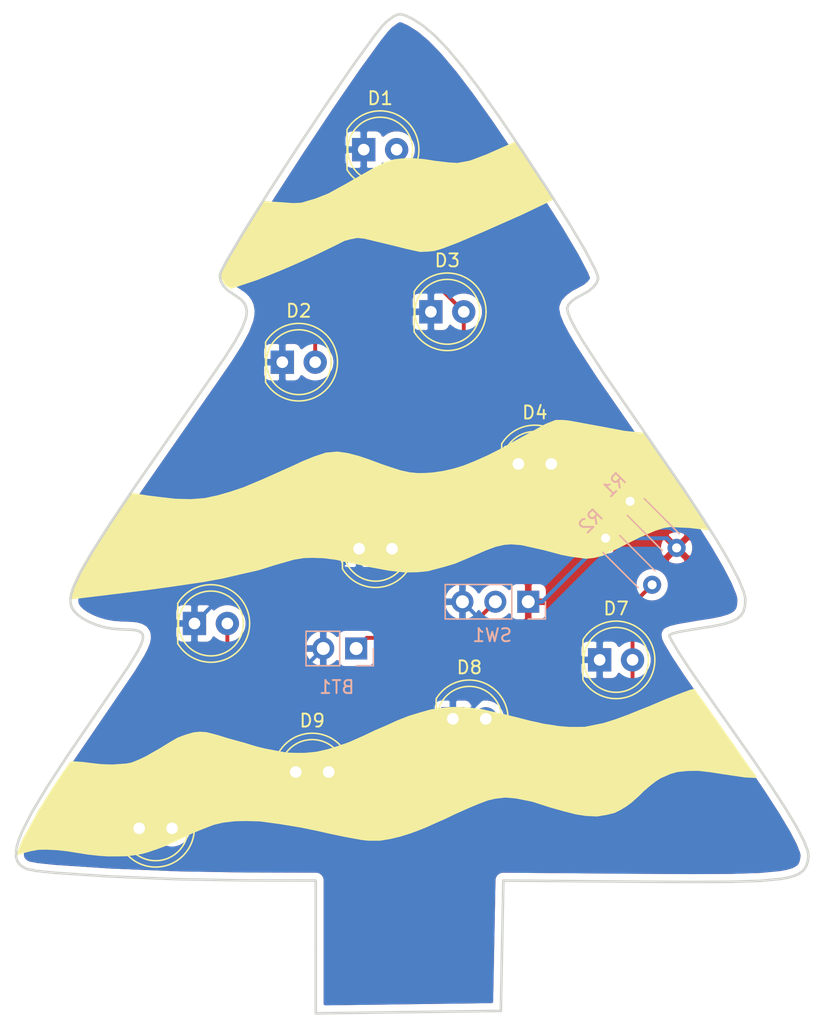
<source format=kicad_pcb>
(kicad_pcb (version 20171130) (host pcbnew "(5.1.6)-1")

  (general
    (thickness 1.6)
    (drawings 158)
    (tracks 54)
    (zones 0)
    (modules 14)
    (nets 6)
  )

  (page A4)
  (layers
    (0 F.Cu signal)
    (31 B.Cu signal)
    (32 B.Adhes user)
    (33 F.Adhes user)
    (34 B.Paste user)
    (35 F.Paste user)
    (36 B.SilkS user)
    (37 F.SilkS user)
    (38 B.Mask user)
    (39 F.Mask user)
    (40 Dwgs.User user)
    (41 Cmts.User user)
    (42 Eco1.User user)
    (43 Eco2.User user)
    (44 Edge.Cuts user)
    (45 Margin user)
    (46 B.CrtYd user)
    (47 F.CrtYd user)
    (48 B.Fab user hide)
    (49 F.Fab user hide)
  )

  (setup
    (last_trace_width 0.25)
    (user_trace_width 0.2)
    (user_trace_width 0.3)
    (user_trace_width 0.5)
    (user_trace_width 1)
    (trace_clearance 0.2)
    (zone_clearance 0.508)
    (zone_45_only no)
    (trace_min 0.2)
    (via_size 0.8)
    (via_drill 0.4)
    (via_min_size 0.4)
    (via_min_drill 0.3)
    (uvia_size 0.3)
    (uvia_drill 0.1)
    (uvias_allowed no)
    (uvia_min_size 0.2)
    (uvia_min_drill 0.1)
    (edge_width 0.05)
    (segment_width 0.2)
    (pcb_text_width 0.3)
    (pcb_text_size 1.5 1.5)
    (mod_edge_width 0.12)
    (mod_text_size 1 1)
    (mod_text_width 0.15)
    (pad_size 1.524 1.524)
    (pad_drill 0.762)
    (pad_to_mask_clearance 0.05)
    (aux_axis_origin 0 0)
    (visible_elements 7FFFE7FF)
    (pcbplotparams
      (layerselection 0x010fc_ffffffff)
      (usegerberextensions false)
      (usegerberattributes true)
      (usegerberadvancedattributes true)
      (creategerberjobfile true)
      (excludeedgelayer true)
      (linewidth 0.100000)
      (plotframeref false)
      (viasonmask false)
      (mode 1)
      (useauxorigin false)
      (hpglpennumber 1)
      (hpglpenspeed 20)
      (hpglpendiameter 15.000000)
      (psnegative false)
      (psa4output false)
      (plotreference true)
      (plotvalue true)
      (plotinvisibletext false)
      (padsonsilk false)
      (subtractmaskfromsilk false)
      (outputformat 1)
      (mirror false)
      (drillshape 1)
      (scaleselection 1)
      (outputdirectory ""))
  )

  (net 0 "")
  (net 1 "Net-(BT1-Pad1)")
  (net 2 GND)
  (net 3 "Net-(D1-Pad2)")
  (net 4 "Net-(D10-Pad2)")
  (net 5 +9V)

  (net_class Default "This is the default net class."
    (clearance 0.2)
    (trace_width 0.25)
    (via_dia 0.8)
    (via_drill 0.4)
    (uvia_dia 0.3)
    (uvia_drill 0.1)
    (add_net +9V)
    (add_net GND)
    (add_net "Net-(BT1-Pad1)")
    (add_net "Net-(D1-Pad2)")
    (add_net "Net-(D10-Pad2)")
  )

  (module Connector_PinHeader_2.54mm:PinHeader_1x02_P2.54mm_Vertical (layer B.Cu) (tedit 59FED5CC) (tstamp 5F5FC862)
    (at 146.4945 103.0224 90)
    (descr "Through hole straight pin header, 1x02, 2.54mm pitch, single row")
    (tags "Through hole pin header THT 1x02 2.54mm single row")
    (path /5F5FA58A)
    (fp_text reference BT1 (at -2.9776 -1.4945) (layer B.SilkS)
      (effects (font (size 1 1) (thickness 0.15)) (justify mirror))
    )
    (fp_text value BATERIA (at -3 -1) (layer B.Fab)
      (effects (font (size 1 1) (thickness 0.15)) (justify mirror))
    )
    (fp_line (start -0.635 1.27) (end 1.27 1.27) (layer B.Fab) (width 0.1))
    (fp_line (start 1.27 1.27) (end 1.27 -3.81) (layer B.Fab) (width 0.1))
    (fp_line (start 1.27 -3.81) (end -1.27 -3.81) (layer B.Fab) (width 0.1))
    (fp_line (start -1.27 -3.81) (end -1.27 0.635) (layer B.Fab) (width 0.1))
    (fp_line (start -1.27 0.635) (end -0.635 1.27) (layer B.Fab) (width 0.1))
    (fp_line (start -1.33 -3.87) (end 1.33 -3.87) (layer B.SilkS) (width 0.12))
    (fp_line (start -1.33 -1.27) (end -1.33 -3.87) (layer B.SilkS) (width 0.12))
    (fp_line (start 1.33 -1.27) (end 1.33 -3.87) (layer B.SilkS) (width 0.12))
    (fp_line (start -1.33 -1.27) (end 1.33 -1.27) (layer B.SilkS) (width 0.12))
    (fp_line (start -1.33 0) (end -1.33 1.33) (layer B.SilkS) (width 0.12))
    (fp_line (start -1.33 1.33) (end 0 1.33) (layer B.SilkS) (width 0.12))
    (fp_line (start -1.8 1.8) (end -1.8 -4.35) (layer B.CrtYd) (width 0.05))
    (fp_line (start -1.8 -4.35) (end 1.8 -4.35) (layer B.CrtYd) (width 0.05))
    (fp_line (start 1.8 -4.35) (end 1.8 1.8) (layer B.CrtYd) (width 0.05))
    (fp_line (start 1.8 1.8) (end -1.8 1.8) (layer B.CrtYd) (width 0.05))
    (fp_text user %R (at 0 -1.27) (layer B.Fab)
      (effects (font (size 1 1) (thickness 0.15)) (justify mirror))
    )
    (pad 1 thru_hole rect (at 0 0 90) (size 1.7 1.7) (drill 1) (layers *.Cu *.Mask)
      (net 1 "Net-(BT1-Pad1)"))
    (pad 2 thru_hole oval (at 0 -2.54 90) (size 1.7 1.7) (drill 1) (layers *.Cu *.Mask)
      (net 2 GND))
    (model ${KISYS3DMOD}/Connector_PinHeader_2.54mm.3dshapes/PinHeader_1x02_P2.54mm_Vertical.wrl
      (at (xyz 0 0 0))
      (scale (xyz 1 1 1))
      (rotate (xyz 0 0 0))
    )
  )

  (module LED_THT:LED_D5.0mm (layer F.Cu) (tedit 5995936A) (tstamp 5F5FC877)
    (at 147.0787 64.5414)
    (descr "LED, diameter 5.0mm, 2 pins, http://cdn-reichelt.de/documents/datenblatt/A500/LL-504BC2E-009.pdf")
    (tags "LED diameter 5.0mm 2 pins")
    (path /5F652C00)
    (fp_text reference D1 (at 1.27 -3.96) (layer F.SilkS)
      (effects (font (size 1 1) (thickness 0.15)))
    )
    (fp_text value LED (at 1.27 3.96) (layer F.Fab)
      (effects (font (size 1 1) (thickness 0.15)))
    )
    (fp_line (start 4.5 -3.25) (end -1.95 -3.25) (layer F.CrtYd) (width 0.05))
    (fp_line (start 4.5 3.25) (end 4.5 -3.25) (layer F.CrtYd) (width 0.05))
    (fp_line (start -1.95 3.25) (end 4.5 3.25) (layer F.CrtYd) (width 0.05))
    (fp_line (start -1.95 -3.25) (end -1.95 3.25) (layer F.CrtYd) (width 0.05))
    (fp_line (start -1.29 -1.545) (end -1.29 1.545) (layer F.SilkS) (width 0.12))
    (fp_line (start -1.23 -1.469694) (end -1.23 1.469694) (layer F.Fab) (width 0.1))
    (fp_circle (center 1.27 0) (end 3.77 0) (layer F.SilkS) (width 0.12))
    (fp_circle (center 1.27 0) (end 3.77 0) (layer F.Fab) (width 0.1))
    (fp_text user %R (at 1.25 0) (layer F.Fab)
      (effects (font (size 0.8 0.8) (thickness 0.2)))
    )
    (fp_arc (start 1.27 0) (end -1.29 1.54483) (angle -148.9) (layer F.SilkS) (width 0.12))
    (fp_arc (start 1.27 0) (end -1.29 -1.54483) (angle 148.9) (layer F.SilkS) (width 0.12))
    (fp_arc (start 1.27 0) (end -1.23 -1.469694) (angle 299.1) (layer F.Fab) (width 0.1))
    (pad 2 thru_hole circle (at 2.54 0) (size 1.8 1.8) (drill 0.9) (layers *.Cu *.Mask)
      (net 3 "Net-(D1-Pad2)"))
    (pad 1 thru_hole rect (at 0 0) (size 1.8 1.8) (drill 0.9) (layers *.Cu *.Mask)
      (net 2 GND))
    (model ${KISYS3DMOD}/LED_THT.3dshapes/LED_D5.0mm.wrl
      (at (xyz 0 0 0))
      (scale (xyz 1 1 1))
      (rotate (xyz 0 0 0))
    )
  )

  (module LED_THT:LED_D5.0mm (layer F.Cu) (tedit 5995936A) (tstamp 5F5FC888)
    (at 140.7922 80.9371)
    (descr "LED, diameter 5.0mm, 2 pins, http://cdn-reichelt.de/documents/datenblatt/A500/LL-504BC2E-009.pdf")
    (tags "LED diameter 5.0mm 2 pins")
    (path /5F652C0A)
    (fp_text reference D2 (at 1.27 -3.96) (layer F.SilkS)
      (effects (font (size 1 1) (thickness 0.15)))
    )
    (fp_text value LED (at 1.27 3.96) (layer F.Fab)
      (effects (font (size 1 1) (thickness 0.15)))
    )
    (fp_circle (center 1.27 0) (end 3.77 0) (layer F.Fab) (width 0.1))
    (fp_circle (center 1.27 0) (end 3.77 0) (layer F.SilkS) (width 0.12))
    (fp_line (start -1.23 -1.469694) (end -1.23 1.469694) (layer F.Fab) (width 0.1))
    (fp_line (start -1.29 -1.545) (end -1.29 1.545) (layer F.SilkS) (width 0.12))
    (fp_line (start -1.95 -3.25) (end -1.95 3.25) (layer F.CrtYd) (width 0.05))
    (fp_line (start -1.95 3.25) (end 4.5 3.25) (layer F.CrtYd) (width 0.05))
    (fp_line (start 4.5 3.25) (end 4.5 -3.25) (layer F.CrtYd) (width 0.05))
    (fp_line (start 4.5 -3.25) (end -1.95 -3.25) (layer F.CrtYd) (width 0.05))
    (fp_arc (start 1.27 0) (end -1.23 -1.469694) (angle 299.1) (layer F.Fab) (width 0.1))
    (fp_arc (start 1.27 0) (end -1.29 -1.54483) (angle 148.9) (layer F.SilkS) (width 0.12))
    (fp_arc (start 1.27 0) (end -1.29 1.54483) (angle -148.9) (layer F.SilkS) (width 0.12))
    (fp_text user %R (at 1.25 0) (layer F.Fab)
      (effects (font (size 0.8 0.8) (thickness 0.2)))
    )
    (pad 1 thru_hole rect (at 0 0) (size 1.8 1.8) (drill 0.9) (layers *.Cu *.Mask)
      (net 2 GND))
    (pad 2 thru_hole circle (at 2.54 0) (size 1.8 1.8) (drill 0.9) (layers *.Cu *.Mask)
      (net 3 "Net-(D1-Pad2)"))
    (model ${KISYS3DMOD}/LED_THT.3dshapes/LED_D5.0mm.wrl
      (at (xyz 0 0 0))
      (scale (xyz 1 1 1))
      (rotate (xyz 0 0 0))
    )
  )

  (module LED_THT:LED_D5.0mm (layer F.Cu) (tedit 5995936A) (tstamp 5F5FC899)
    (at 152.2603 77.0509)
    (descr "LED, diameter 5.0mm, 2 pins, http://cdn-reichelt.de/documents/datenblatt/A500/LL-504BC2E-009.pdf")
    (tags "LED diameter 5.0mm 2 pins")
    (path /5F652C14)
    (fp_text reference D3 (at 1.27 -3.96) (layer F.SilkS)
      (effects (font (size 1 1) (thickness 0.15)))
    )
    (fp_text value LED (at 1.27 3.96) (layer F.Fab)
      (effects (font (size 1 1) (thickness 0.15)))
    )
    (fp_line (start 4.5 -3.25) (end -1.95 -3.25) (layer F.CrtYd) (width 0.05))
    (fp_line (start 4.5 3.25) (end 4.5 -3.25) (layer F.CrtYd) (width 0.05))
    (fp_line (start -1.95 3.25) (end 4.5 3.25) (layer F.CrtYd) (width 0.05))
    (fp_line (start -1.95 -3.25) (end -1.95 3.25) (layer F.CrtYd) (width 0.05))
    (fp_line (start -1.29 -1.545) (end -1.29 1.545) (layer F.SilkS) (width 0.12))
    (fp_line (start -1.23 -1.469694) (end -1.23 1.469694) (layer F.Fab) (width 0.1))
    (fp_circle (center 1.27 0) (end 3.77 0) (layer F.SilkS) (width 0.12))
    (fp_circle (center 1.27 0) (end 3.77 0) (layer F.Fab) (width 0.1))
    (fp_text user %R (at 1.25 0) (layer F.Fab)
      (effects (font (size 0.8 0.8) (thickness 0.2)))
    )
    (fp_arc (start 1.27 0) (end -1.29 1.54483) (angle -148.9) (layer F.SilkS) (width 0.12))
    (fp_arc (start 1.27 0) (end -1.29 -1.54483) (angle 148.9) (layer F.SilkS) (width 0.12))
    (fp_arc (start 1.27 0) (end -1.23 -1.469694) (angle 299.1) (layer F.Fab) (width 0.1))
    (pad 2 thru_hole circle (at 2.54 0) (size 1.8 1.8) (drill 0.9) (layers *.Cu *.Mask)
      (net 3 "Net-(D1-Pad2)"))
    (pad 1 thru_hole rect (at 0 0) (size 1.8 1.8) (drill 0.9) (layers *.Cu *.Mask)
      (net 2 GND))
    (model ${KISYS3DMOD}/LED_THT.3dshapes/LED_D5.0mm.wrl
      (at (xyz 0 0 0))
      (scale (xyz 1 1 1))
      (rotate (xyz 0 0 0))
    )
  )

  (module LED_THT:LED_D5.0mm (layer F.Cu) (tedit 5995936A) (tstamp 5F5FC8AA)
    (at 159.0167 88.7857)
    (descr "LED, diameter 5.0mm, 2 pins, http://cdn-reichelt.de/documents/datenblatt/A500/LL-504BC2E-009.pdf")
    (tags "LED diameter 5.0mm 2 pins")
    (path /5F652C1E)
    (fp_text reference D4 (at 1.27 -3.96) (layer F.SilkS)
      (effects (font (size 1 1) (thickness 0.15)))
    )
    (fp_text value LED (at 1.27 3.96) (layer F.Fab)
      (effects (font (size 1 1) (thickness 0.15)))
    )
    (fp_circle (center 1.27 0) (end 3.77 0) (layer F.Fab) (width 0.1))
    (fp_circle (center 1.27 0) (end 3.77 0) (layer F.SilkS) (width 0.12))
    (fp_line (start -1.23 -1.469694) (end -1.23 1.469694) (layer F.Fab) (width 0.1))
    (fp_line (start -1.29 -1.545) (end -1.29 1.545) (layer F.SilkS) (width 0.12))
    (fp_line (start -1.95 -3.25) (end -1.95 3.25) (layer F.CrtYd) (width 0.05))
    (fp_line (start -1.95 3.25) (end 4.5 3.25) (layer F.CrtYd) (width 0.05))
    (fp_line (start 4.5 3.25) (end 4.5 -3.25) (layer F.CrtYd) (width 0.05))
    (fp_line (start 4.5 -3.25) (end -1.95 -3.25) (layer F.CrtYd) (width 0.05))
    (fp_arc (start 1.27 0) (end -1.23 -1.469694) (angle 299.1) (layer F.Fab) (width 0.1))
    (fp_arc (start 1.27 0) (end -1.29 -1.54483) (angle 148.9) (layer F.SilkS) (width 0.12))
    (fp_arc (start 1.27 0) (end -1.29 1.54483) (angle -148.9) (layer F.SilkS) (width 0.12))
    (fp_text user %R (at 1.25 0) (layer F.Fab)
      (effects (font (size 0.8 0.8) (thickness 0.2)))
    )
    (pad 1 thru_hole rect (at 0 0) (size 1.8 1.8) (drill 0.9) (layers *.Cu *.Mask)
      (net 2 GND))
    (pad 2 thru_hole circle (at 2.54 0) (size 1.8 1.8) (drill 0.9) (layers *.Cu *.Mask)
      (net 3 "Net-(D1-Pad2)"))
    (model ${KISYS3DMOD}/LED_THT.3dshapes/LED_D5.0mm.wrl
      (at (xyz 0 0 0))
      (scale (xyz 1 1 1))
      (rotate (xyz 0 0 0))
    )
  )

  (module LED_THT:LED_D5.0mm (layer F.Cu) (tedit 5995936A) (tstamp 5F5FC8BB)
    (at 146.7231 95.3262)
    (descr "LED, diameter 5.0mm, 2 pins, http://cdn-reichelt.de/documents/datenblatt/A500/LL-504BC2E-009.pdf")
    (tags "LED diameter 5.0mm 2 pins")
    (path /5F652C28)
    (fp_text reference D5 (at 1.27 -3.96) (layer F.SilkS)
      (effects (font (size 1 1) (thickness 0.15)))
    )
    (fp_text value LED (at 1.27 3.96) (layer F.Fab)
      (effects (font (size 1 1) (thickness 0.15)))
    )
    (fp_line (start 4.5 -3.25) (end -1.95 -3.25) (layer F.CrtYd) (width 0.05))
    (fp_line (start 4.5 3.25) (end 4.5 -3.25) (layer F.CrtYd) (width 0.05))
    (fp_line (start -1.95 3.25) (end 4.5 3.25) (layer F.CrtYd) (width 0.05))
    (fp_line (start -1.95 -3.25) (end -1.95 3.25) (layer F.CrtYd) (width 0.05))
    (fp_line (start -1.29 -1.545) (end -1.29 1.545) (layer F.SilkS) (width 0.12))
    (fp_line (start -1.23 -1.469694) (end -1.23 1.469694) (layer F.Fab) (width 0.1))
    (fp_circle (center 1.27 0) (end 3.77 0) (layer F.SilkS) (width 0.12))
    (fp_circle (center 1.27 0) (end 3.77 0) (layer F.Fab) (width 0.1))
    (fp_text user %R (at 1.25 0) (layer F.Fab)
      (effects (font (size 0.8 0.8) (thickness 0.2)))
    )
    (fp_arc (start 1.27 0) (end -1.29 1.54483) (angle -148.9) (layer F.SilkS) (width 0.12))
    (fp_arc (start 1.27 0) (end -1.29 -1.54483) (angle 148.9) (layer F.SilkS) (width 0.12))
    (fp_arc (start 1.27 0) (end -1.23 -1.469694) (angle 299.1) (layer F.Fab) (width 0.1))
    (pad 2 thru_hole circle (at 2.54 0) (size 1.8 1.8) (drill 0.9) (layers *.Cu *.Mask)
      (net 3 "Net-(D1-Pad2)"))
    (pad 1 thru_hole rect (at 0 0) (size 1.8 1.8) (drill 0.9) (layers *.Cu *.Mask)
      (net 2 GND))
    (model ${KISYS3DMOD}/LED_THT.3dshapes/LED_D5.0mm.wrl
      (at (xyz 0 0 0))
      (scale (xyz 1 1 1))
      (rotate (xyz 0 0 0))
    )
  )

  (module LED_THT:LED_D5.0mm (layer F.Cu) (tedit 5995936A) (tstamp 5F5FC8CC)
    (at 134.0104 101.092)
    (descr "LED, diameter 5.0mm, 2 pins, http://cdn-reichelt.de/documents/datenblatt/A500/LL-504BC2E-009.pdf")
    (tags "LED diameter 5.0mm 2 pins")
    (path /5F607082)
    (fp_text reference D6 (at 1.27 -3.96) (layer F.SilkS)
      (effects (font (size 1 1) (thickness 0.15)))
    )
    (fp_text value LED (at 1.27 3.96) (layer F.Fab)
      (effects (font (size 1 1) (thickness 0.15)))
    )
    (fp_circle (center 1.27 0) (end 3.77 0) (layer F.Fab) (width 0.1))
    (fp_circle (center 1.27 0) (end 3.77 0) (layer F.SilkS) (width 0.12))
    (fp_line (start -1.23 -1.469694) (end -1.23 1.469694) (layer F.Fab) (width 0.1))
    (fp_line (start -1.29 -1.545) (end -1.29 1.545) (layer F.SilkS) (width 0.12))
    (fp_line (start -1.95 -3.25) (end -1.95 3.25) (layer F.CrtYd) (width 0.05))
    (fp_line (start -1.95 3.25) (end 4.5 3.25) (layer F.CrtYd) (width 0.05))
    (fp_line (start 4.5 3.25) (end 4.5 -3.25) (layer F.CrtYd) (width 0.05))
    (fp_line (start 4.5 -3.25) (end -1.95 -3.25) (layer F.CrtYd) (width 0.05))
    (fp_arc (start 1.27 0) (end -1.23 -1.469694) (angle 299.1) (layer F.Fab) (width 0.1))
    (fp_arc (start 1.27 0) (end -1.29 -1.54483) (angle 148.9) (layer F.SilkS) (width 0.12))
    (fp_arc (start 1.27 0) (end -1.29 1.54483) (angle -148.9) (layer F.SilkS) (width 0.12))
    (fp_text user %R (at 1.25 0) (layer F.Fab)
      (effects (font (size 0.8 0.8) (thickness 0.2)))
    )
    (pad 1 thru_hole rect (at 0 0) (size 1.8 1.8) (drill 0.9) (layers *.Cu *.Mask)
      (net 2 GND))
    (pad 2 thru_hole circle (at 2.54 0) (size 1.8 1.8) (drill 0.9) (layers *.Cu *.Mask)
      (net 4 "Net-(D10-Pad2)"))
    (model ${KISYS3DMOD}/LED_THT.3dshapes/LED_D5.0mm.wrl
      (at (xyz 0 0 0))
      (scale (xyz 1 1 1))
      (rotate (xyz 0 0 0))
    )
  )

  (module LED_THT:LED_D5.0mm (layer F.Cu) (tedit 5995936A) (tstamp 5F5FC8DD)
    (at 165.2905 103.8987)
    (descr "LED, diameter 5.0mm, 2 pins, http://cdn-reichelt.de/documents/datenblatt/A500/LL-504BC2E-009.pdf")
    (tags "LED diameter 5.0mm 2 pins")
    (path /5F60708C)
    (fp_text reference D7 (at 1.27 -3.96) (layer F.SilkS)
      (effects (font (size 1 1) (thickness 0.15)))
    )
    (fp_text value LED (at 1.27 3.96) (layer F.Fab)
      (effects (font (size 1 1) (thickness 0.15)))
    )
    (fp_line (start 4.5 -3.25) (end -1.95 -3.25) (layer F.CrtYd) (width 0.05))
    (fp_line (start 4.5 3.25) (end 4.5 -3.25) (layer F.CrtYd) (width 0.05))
    (fp_line (start -1.95 3.25) (end 4.5 3.25) (layer F.CrtYd) (width 0.05))
    (fp_line (start -1.95 -3.25) (end -1.95 3.25) (layer F.CrtYd) (width 0.05))
    (fp_line (start -1.29 -1.545) (end -1.29 1.545) (layer F.SilkS) (width 0.12))
    (fp_line (start -1.23 -1.469694) (end -1.23 1.469694) (layer F.Fab) (width 0.1))
    (fp_circle (center 1.27 0) (end 3.77 0) (layer F.SilkS) (width 0.12))
    (fp_circle (center 1.27 0) (end 3.77 0) (layer F.Fab) (width 0.1))
    (fp_text user %R (at 1.25 0) (layer F.Fab)
      (effects (font (size 0.8 0.8) (thickness 0.2)))
    )
    (fp_arc (start 1.27 0) (end -1.29 1.54483) (angle -148.9) (layer F.SilkS) (width 0.12))
    (fp_arc (start 1.27 0) (end -1.29 -1.54483) (angle 148.9) (layer F.SilkS) (width 0.12))
    (fp_arc (start 1.27 0) (end -1.23 -1.469694) (angle 299.1) (layer F.Fab) (width 0.1))
    (pad 2 thru_hole circle (at 2.54 0) (size 1.8 1.8) (drill 0.9) (layers *.Cu *.Mask)
      (net 4 "Net-(D10-Pad2)"))
    (pad 1 thru_hole rect (at 0 0) (size 1.8 1.8) (drill 0.9) (layers *.Cu *.Mask)
      (net 2 GND))
    (model ${KISYS3DMOD}/LED_THT.3dshapes/LED_D5.0mm.wrl
      (at (xyz 0 0 0))
      (scale (xyz 1 1 1))
      (rotate (xyz 0 0 0))
    )
  )

  (module LED_THT:LED_D5.0mm (layer F.Cu) (tedit 5995936A) (tstamp 5F5FC8EE)
    (at 153.9621 108.4453)
    (descr "LED, diameter 5.0mm, 2 pins, http://cdn-reichelt.de/documents/datenblatt/A500/LL-504BC2E-009.pdf")
    (tags "LED diameter 5.0mm 2 pins")
    (path /5F607096)
    (fp_text reference D8 (at 1.27 -3.96) (layer F.SilkS)
      (effects (font (size 1 1) (thickness 0.15)))
    )
    (fp_text value LED (at 1.27 3.96) (layer F.Fab)
      (effects (font (size 1 1) (thickness 0.15)))
    )
    (fp_circle (center 1.27 0) (end 3.77 0) (layer F.Fab) (width 0.1))
    (fp_circle (center 1.27 0) (end 3.77 0) (layer F.SilkS) (width 0.12))
    (fp_line (start -1.23 -1.469694) (end -1.23 1.469694) (layer F.Fab) (width 0.1))
    (fp_line (start -1.29 -1.545) (end -1.29 1.545) (layer F.SilkS) (width 0.12))
    (fp_line (start -1.95 -3.25) (end -1.95 3.25) (layer F.CrtYd) (width 0.05))
    (fp_line (start -1.95 3.25) (end 4.5 3.25) (layer F.CrtYd) (width 0.05))
    (fp_line (start 4.5 3.25) (end 4.5 -3.25) (layer F.CrtYd) (width 0.05))
    (fp_line (start 4.5 -3.25) (end -1.95 -3.25) (layer F.CrtYd) (width 0.05))
    (fp_arc (start 1.27 0) (end -1.23 -1.469694) (angle 299.1) (layer F.Fab) (width 0.1))
    (fp_arc (start 1.27 0) (end -1.29 -1.54483) (angle 148.9) (layer F.SilkS) (width 0.12))
    (fp_arc (start 1.27 0) (end -1.29 1.54483) (angle -148.9) (layer F.SilkS) (width 0.12))
    (fp_text user %R (at 1.25 0) (layer F.Fab)
      (effects (font (size 0.8 0.8) (thickness 0.2)))
    )
    (pad 1 thru_hole rect (at 0 0) (size 1.8 1.8) (drill 0.9) (layers *.Cu *.Mask)
      (net 2 GND))
    (pad 2 thru_hole circle (at 2.54 0) (size 1.8 1.8) (drill 0.9) (layers *.Cu *.Mask)
      (net 4 "Net-(D10-Pad2)"))
    (model ${KISYS3DMOD}/LED_THT.3dshapes/LED_D5.0mm.wrl
      (at (xyz 0 0 0))
      (scale (xyz 1 1 1))
      (rotate (xyz 0 0 0))
    )
  )

  (module LED_THT:LED_D5.0mm (layer F.Cu) (tedit 5995936A) (tstamp 5F5FC8FF)
    (at 141.8336 112.5474)
    (descr "LED, diameter 5.0mm, 2 pins, http://cdn-reichelt.de/documents/datenblatt/A500/LL-504BC2E-009.pdf")
    (tags "LED diameter 5.0mm 2 pins")
    (path /5F6070A0)
    (fp_text reference D9 (at 1.27 -3.96) (layer F.SilkS)
      (effects (font (size 1 1) (thickness 0.15)))
    )
    (fp_text value LED (at 1.27 3.96) (layer F.Fab)
      (effects (font (size 1 1) (thickness 0.15)))
    )
    (fp_line (start 4.5 -3.25) (end -1.95 -3.25) (layer F.CrtYd) (width 0.05))
    (fp_line (start 4.5 3.25) (end 4.5 -3.25) (layer F.CrtYd) (width 0.05))
    (fp_line (start -1.95 3.25) (end 4.5 3.25) (layer F.CrtYd) (width 0.05))
    (fp_line (start -1.95 -3.25) (end -1.95 3.25) (layer F.CrtYd) (width 0.05))
    (fp_line (start -1.29 -1.545) (end -1.29 1.545) (layer F.SilkS) (width 0.12))
    (fp_line (start -1.23 -1.469694) (end -1.23 1.469694) (layer F.Fab) (width 0.1))
    (fp_circle (center 1.27 0) (end 3.77 0) (layer F.SilkS) (width 0.12))
    (fp_circle (center 1.27 0) (end 3.77 0) (layer F.Fab) (width 0.1))
    (fp_text user %R (at 1.25 0) (layer F.Fab)
      (effects (font (size 0.8 0.8) (thickness 0.2)))
    )
    (fp_arc (start 1.27 0) (end -1.29 1.54483) (angle -148.9) (layer F.SilkS) (width 0.12))
    (fp_arc (start 1.27 0) (end -1.29 -1.54483) (angle 148.9) (layer F.SilkS) (width 0.12))
    (fp_arc (start 1.27 0) (end -1.23 -1.469694) (angle 299.1) (layer F.Fab) (width 0.1))
    (pad 2 thru_hole circle (at 2.54 0) (size 1.8 1.8) (drill 0.9) (layers *.Cu *.Mask)
      (net 4 "Net-(D10-Pad2)"))
    (pad 1 thru_hole rect (at 0 0) (size 1.8 1.8) (drill 0.9) (layers *.Cu *.Mask)
      (net 2 GND))
    (model ${KISYS3DMOD}/LED_THT.3dshapes/LED_D5.0mm.wrl
      (at (xyz 0 0 0))
      (scale (xyz 1 1 1))
      (rotate (xyz 0 0 0))
    )
  )

  (module LED_THT:LED_D5.0mm (layer F.Cu) (tedit 5995936A) (tstamp 5F5FC910)
    (at 129.7432 116.8908)
    (descr "LED, diameter 5.0mm, 2 pins, http://cdn-reichelt.de/documents/datenblatt/A500/LL-504BC2E-009.pdf")
    (tags "LED diameter 5.0mm 2 pins")
    (path /5F6070AA)
    (fp_text reference D10 (at 1.27 -3.96) (layer F.SilkS)
      (effects (font (size 1 1) (thickness 0.15)))
    )
    (fp_text value LED (at 1.27 3.96) (layer F.Fab)
      (effects (font (size 1 1) (thickness 0.15)))
    )
    (fp_circle (center 1.27 0) (end 3.77 0) (layer F.Fab) (width 0.1))
    (fp_circle (center 1.27 0) (end 3.77 0) (layer F.SilkS) (width 0.12))
    (fp_line (start -1.23 -1.469694) (end -1.23 1.469694) (layer F.Fab) (width 0.1))
    (fp_line (start -1.29 -1.545) (end -1.29 1.545) (layer F.SilkS) (width 0.12))
    (fp_line (start -1.95 -3.25) (end -1.95 3.25) (layer F.CrtYd) (width 0.05))
    (fp_line (start -1.95 3.25) (end 4.5 3.25) (layer F.CrtYd) (width 0.05))
    (fp_line (start 4.5 3.25) (end 4.5 -3.25) (layer F.CrtYd) (width 0.05))
    (fp_line (start 4.5 -3.25) (end -1.95 -3.25) (layer F.CrtYd) (width 0.05))
    (fp_arc (start 1.27 0) (end -1.23 -1.469694) (angle 299.1) (layer F.Fab) (width 0.1))
    (fp_arc (start 1.27 0) (end -1.29 -1.54483) (angle 148.9) (layer F.SilkS) (width 0.12))
    (fp_arc (start 1.27 0) (end -1.29 1.54483) (angle -148.9) (layer F.SilkS) (width 0.12))
    (fp_text user %R (at 1.25 0) (layer F.Fab)
      (effects (font (size 0.8 0.8) (thickness 0.2)))
    )
    (pad 1 thru_hole rect (at 0 0) (size 1.8 1.8) (drill 0.9) (layers *.Cu *.Mask)
      (net 2 GND))
    (pad 2 thru_hole circle (at 2.54 0) (size 1.8 1.8) (drill 0.9) (layers *.Cu *.Mask)
      (net 4 "Net-(D10-Pad2)"))
    (model ${KISYS3DMOD}/LED_THT.3dshapes/LED_D5.0mm.wrl
      (at (xyz 0 0 0))
      (scale (xyz 1 1 1))
      (rotate (xyz 0 0 0))
    )
  )

  (module Resistor_THT:R_Axial_DIN0204_L3.6mm_D1.6mm_P5.08mm_Horizontal (layer B.Cu) (tedit 5AE5139B) (tstamp 5F5FC921)
    (at 167.64 91.6686 315)
    (descr "Resistor, Axial_DIN0204 series, Axial, Horizontal, pin pitch=5.08mm, 0.167W, length*diameter=3.6*1.6mm^2, http://cdn-reichelt.de/documents/datenblatt/B400/1_4W%23YAG.pdf")
    (tags "Resistor Axial_DIN0204 series Axial Horizontal pin pitch 5.08mm 0.167W length 3.6mm diameter 1.6mm")
    (path /5F652C3C)
    (fp_text reference R1 (at -1.773848 -0.020223 225) (layer B.SilkS)
      (effects (font (size 1 1) (thickness 0.15)) (justify mirror))
    )
    (fp_text value R (at 2.54 -1.92 135) (layer B.Fab)
      (effects (font (size 1 1) (thickness 0.15)) (justify mirror))
    )
    (fp_line (start 6.03 1.05) (end -0.95 1.05) (layer B.CrtYd) (width 0.05))
    (fp_line (start 6.03 -1.05) (end 6.03 1.05) (layer B.CrtYd) (width 0.05))
    (fp_line (start -0.95 -1.05) (end 6.03 -1.05) (layer B.CrtYd) (width 0.05))
    (fp_line (start -0.95 1.05) (end -0.95 -1.05) (layer B.CrtYd) (width 0.05))
    (fp_line (start 0.62 -0.92) (end 4.46 -0.92) (layer B.SilkS) (width 0.12))
    (fp_line (start 0.62 0.92) (end 4.46 0.92) (layer B.SilkS) (width 0.12))
    (fp_line (start 5.08 0) (end 4.34 0) (layer B.Fab) (width 0.1))
    (fp_line (start 0 0) (end 0.74 0) (layer B.Fab) (width 0.1))
    (fp_line (start 4.34 0.8) (end 0.74 0.8) (layer B.Fab) (width 0.1))
    (fp_line (start 4.34 -0.8) (end 4.34 0.8) (layer B.Fab) (width 0.1))
    (fp_line (start 0.74 -0.8) (end 4.34 -0.8) (layer B.Fab) (width 0.1))
    (fp_line (start 0.74 0.8) (end 0.74 -0.8) (layer B.Fab) (width 0.1))
    (fp_text user %R (at 2.54 0 135) (layer B.Fab)
      (effects (font (size 0.72 0.72) (thickness 0.108)) (justify mirror))
    )
    (pad 2 thru_hole oval (at 5.08 0 315) (size 1.4 1.4) (drill 0.7) (layers *.Cu *.Mask)
      (net 5 +9V))
    (pad 1 thru_hole circle (at 0 0 315) (size 1.4 1.4) (drill 0.7) (layers *.Cu *.Mask)
      (net 3 "Net-(D1-Pad2)"))
    (model ${KISYS3DMOD}/Resistor_THT.3dshapes/R_Axial_DIN0204_L3.6mm_D1.6mm_P5.08mm_Horizontal.wrl
      (at (xyz 0 0 0))
      (scale (xyz 1 1 1))
      (rotate (xyz 0 0 0))
    )
  )

  (module Resistor_THT:R_Axial_DIN0204_L3.6mm_D1.6mm_P5.08mm_Horizontal (layer B.Cu) (tedit 5AE5139B) (tstamp 5F5FC933)
    (at 169.3418 98.1075 135)
    (descr "Resistor, Axial_DIN0204 series, Axial, Horizontal, pin pitch=5.08mm, 0.167W, length*diameter=3.6*1.6mm^2, http://cdn-reichelt.de/documents/datenblatt/B400/1_4W%23YAG.pdf")
    (tags "Resistor Axial_DIN0204 series Axial Horizontal pin pitch 5.08mm 0.167W length 3.6mm diameter 1.6mm")
    (path /5F6070BE)
    (fp_text reference R2 (at 6.823085 0.117168 225) (layer B.SilkS)
      (effects (font (size 1 1) (thickness 0.15)) (justify mirror))
    )
    (fp_text value R (at 2.54 -1.92 135) (layer B.Fab)
      (effects (font (size 1 1) (thickness 0.15)) (justify mirror))
    )
    (fp_line (start 0.74 0.8) (end 0.74 -0.8) (layer B.Fab) (width 0.1))
    (fp_line (start 0.74 -0.8) (end 4.34 -0.8) (layer B.Fab) (width 0.1))
    (fp_line (start 4.34 -0.8) (end 4.34 0.8) (layer B.Fab) (width 0.1))
    (fp_line (start 4.34 0.8) (end 0.74 0.8) (layer B.Fab) (width 0.1))
    (fp_line (start 0 0) (end 0.74 0) (layer B.Fab) (width 0.1))
    (fp_line (start 5.08 0) (end 4.34 0) (layer B.Fab) (width 0.1))
    (fp_line (start 0.62 0.92) (end 4.46 0.92) (layer B.SilkS) (width 0.12))
    (fp_line (start 0.62 -0.92) (end 4.46 -0.92) (layer B.SilkS) (width 0.12))
    (fp_line (start -0.95 1.05) (end -0.95 -1.05) (layer B.CrtYd) (width 0.05))
    (fp_line (start -0.95 -1.05) (end 6.03 -1.05) (layer B.CrtYd) (width 0.05))
    (fp_line (start 6.03 -1.05) (end 6.03 1.05) (layer B.CrtYd) (width 0.05))
    (fp_line (start 6.03 1.05) (end -0.95 1.05) (layer B.CrtYd) (width 0.05))
    (fp_text user %R (at 2.54 0 135) (layer B.Fab)
      (effects (font (size 0.72 0.72) (thickness 0.108)) (justify mirror))
    )
    (pad 1 thru_hole circle (at 0 0 135) (size 1.4 1.4) (drill 0.7) (layers *.Cu *.Mask)
      (net 4 "Net-(D10-Pad2)"))
    (pad 2 thru_hole oval (at 5.08 0 135) (size 1.4 1.4) (drill 0.7) (layers *.Cu *.Mask)
      (net 5 +9V))
    (model ${KISYS3DMOD}/Resistor_THT.3dshapes/R_Axial_DIN0204_L3.6mm_D1.6mm_P5.08mm_Horizontal.wrl
      (at (xyz 0 0 0))
      (scale (xyz 1 1 1))
      (rotate (xyz 0 0 0))
    )
  )

  (module Connector_PinHeader_2.54mm:PinHeader_1x03_P2.54mm_Vertical (layer B.Cu) (tedit 59FED5CC) (tstamp 5F5FCF4E)
    (at 159.7787 99.4156 90)
    (descr "Through hole straight pin header, 1x03, 2.54mm pitch, single row")
    (tags "Through hole pin header THT 1x03 2.54mm single row")
    (path /5F65C268)
    (fp_text reference SW1 (at -2.5844 -2.7787 180) (layer B.SilkS)
      (effects (font (size 1 1) (thickness 0.15)) (justify mirror))
    )
    (fp_text value SWITCH (at 2.75 -3 180) (layer B.Fab)
      (effects (font (size 1 1) (thickness 0.15)) (justify mirror))
    )
    (fp_line (start -0.635 1.27) (end 1.27 1.27) (layer B.Fab) (width 0.1))
    (fp_line (start 1.27 1.27) (end 1.27 -6.35) (layer B.Fab) (width 0.1))
    (fp_line (start 1.27 -6.35) (end -1.27 -6.35) (layer B.Fab) (width 0.1))
    (fp_line (start -1.27 -6.35) (end -1.27 0.635) (layer B.Fab) (width 0.1))
    (fp_line (start -1.27 0.635) (end -0.635 1.27) (layer B.Fab) (width 0.1))
    (fp_line (start -1.33 -6.41) (end 1.33 -6.41) (layer B.SilkS) (width 0.12))
    (fp_line (start -1.33 -1.27) (end -1.33 -6.41) (layer B.SilkS) (width 0.12))
    (fp_line (start 1.33 -1.27) (end 1.33 -6.41) (layer B.SilkS) (width 0.12))
    (fp_line (start -1.33 -1.27) (end 1.33 -1.27) (layer B.SilkS) (width 0.12))
    (fp_line (start -1.33 0) (end -1.33 1.33) (layer B.SilkS) (width 0.12))
    (fp_line (start -1.33 1.33) (end 0 1.33) (layer B.SilkS) (width 0.12))
    (fp_line (start -1.8 1.8) (end -1.8 -6.85) (layer B.CrtYd) (width 0.05))
    (fp_line (start -1.8 -6.85) (end 1.8 -6.85) (layer B.CrtYd) (width 0.05))
    (fp_line (start 1.8 -6.85) (end 1.8 1.8) (layer B.CrtYd) (width 0.05))
    (fp_line (start 1.8 1.8) (end -1.8 1.8) (layer B.CrtYd) (width 0.05))
    (fp_text user %R (at 0 -2.54 180) (layer B.Fab)
      (effects (font (size 1 1) (thickness 0.15)) (justify mirror))
    )
    (pad 1 thru_hole rect (at 0 0 90) (size 1.7 1.7) (drill 1) (layers *.Cu *.Mask)
      (net 5 +9V))
    (pad 2 thru_hole oval (at 0 -2.54 90) (size 1.7 1.7) (drill 1) (layers *.Cu *.Mask)
      (net 1 "Net-(BT1-Pad1)"))
    (pad 3 thru_hole oval (at 0 -5.08 90) (size 1.7 1.7) (drill 1) (layers *.Cu *.Mask)
      (net 2 GND))
    (model ${KISYS3DMOD}/Connector_PinHeader_2.54mm.3dshapes/PinHeader_1x03_P2.54mm_Vertical.wrl
      (at (xyz 0 0 0))
      (scale (xyz 1 1 1))
      (rotate (xyz 0 0 0))
    )
  )

  (gr_poly (pts (xy 173.45 107.39) (xy 174.78 109.29) (xy 175.61 110.46) (xy 176.36 111.56) (xy 176.86 112.26) (xy 177.31 112.85) (xy 177.34 112.96) (xy 176.51 112.92) (xy 175.02 112.7) (xy 173.84 112.52) (xy 172.91 112.41) (xy 172.08 112.42) (xy 171.29 112.5) (xy 170.73 112.66) (xy 169.98 112.99) (xy 169.6 113.23) (xy 169.15 113.58) (xy 168.66 114) (xy 168.31 114.35) (xy 167.74 114.86) (xy 167.35 115.15) (xy 166.91 115.42) (xy 166.43 115.66) (xy 165.82 115.81) (xy 165.08 115.93) (xy 164.25 115.89) (xy 163.46 115.77) (xy 162.56 115.54) (xy 161.42 115.22) (xy 160.12 114.8) (xy 158.83 114.54) (xy 158.02 114.47) (xy 157.24 114.56) (xy 156.67 114.69) (xy 155.97 114.95) (xy 155.16 115.29) (xy 154.17 115.73) (xy 153.27 116.16) (xy 152.65 116.43) (xy 151.92 116.76) (xy 151.32 117) (xy 150.68 117.24) (xy 149.87 117.49) (xy 149.12 117.67) (xy 148.33 117.8) (xy 147.44 117.8) (xy 146.97 117.75) (xy 146.13 117.6) (xy 145.5 117.48) (xy 144.49 117.27) (xy 143.47 117.04) (xy 142.2 116.78) (xy 141.59 116.68) (xy 140.55 116.51) (xy 139.07 116.31) (xy 138 116.28) (xy 137.1 116.3) (xy 136.21 116.41) (xy 135.48 116.58) (xy 134.6 116.92) (xy 133.79 117.25) (xy 133.12 117.59) (xy 132.37 117.93) (xy 131.75 118.22) (xy 131.15 118.44) (xy 130.4 118.7) (xy 129.91 118.83) (xy 129.37 118.92) (xy 128.71 119) (xy 128 119.01) (xy 127.31 119.01) (xy 126.6 118.96) (xy 125.79 118.87) (xy 124.85 118.72) (xy 124.15 118.61) (xy 123.42 118.53) (xy 122.58 118.49) (xy 121.97 118.5) (xy 121.32 118.62) (xy 120.72 118.78) (xy 120.33 118.91) (xy 120.77 117.77) (xy 121.21 116.99) (xy 122.04 115.47) (xy 122.69 114.44) (xy 123.2 113.63) (xy 123.84 112.68) (xy 124.34 111.96) (xy 124.47 111.76) (xy 125.37 111.82) (xy 126.09 111.91) (xy 126.81 111.99) (xy 127.68 112.02) (xy 128.78 111.94) (xy 129.18 111.86) (xy 129.77 111.62) (xy 130.31 111.36) (xy 131.33 110.78) (xy 132.11 110.3) (xy 132.73 109.94) (xy 133.35 109.71) (xy 133.94 109.54) (xy 134.42 109.49) (xy 134.92 109.52) (xy 135.36 109.63) (xy 135.88 109.77) (xy 136.48 109.96) (xy 137.31 110.19) (xy 137.93 110.36) (xy 138.54 110.55) (xy 139.12 110.71) (xy 139.47 110.79) (xy 140.11 110.91) (xy 140.61 111.01) (xy 141.19 111.1) (xy 141.79 111.12) (xy 142.54 111.12) (xy 143.4 111.04) (xy 144.3 110.84) (xy 145.16 110.57) (xy 145.93 110.3) (xy 147.11 109.78) (xy 147.95 109.38) (xy 148.79 109.02) (xy 149.67 108.62) (xy 150.56 108.27) (xy 151.41 108.01) (xy 152.26 107.77) (xy 152.87 107.68) (xy 153.7 107.59) (xy 154.28 107.57) (xy 155.27 107.63) (xy 156.2 107.75) (xy 157.01 107.94) (xy 157.94 108.14) (xy 159.1 108.43) (xy 159.95 108.65) (xy 160.48 108.76) (xy 160.94 108.87) (xy 161.56 108.96) (xy 162.1 109.05) (xy 162.93 109.12) (xy 163.53 109.12) (xy 164.16 109.11) (xy 165.59 108.82) (xy 166.52 108.53) (xy 167.55 108.15) (xy 168.31 107.84) (xy 169.1 107.53) (xy 170.37 106.99) (xy 171.28 106.63) (xy 171.87 106.41) (xy 172.27 106.26) (xy 172.58 106.19)) (layer F.SilkS) (width 0.1))
  (gr_poly (pts (xy 162.88 85.48) (xy 163.92 85.67) (xy 165.5 85.96) (xy 167.2 86.28) (xy 168.66 86.43) (xy 168.69 86.44) (xy 170.25 88.72) (xy 171.46 90.46) (xy 172.09 91.43) (xy 173.65 93.84) (xy 172.17 93.67) (xy 171.65 93.65) (xy 170.76 93.6) (xy 170.24 93.68) (xy 169.56 93.9) (xy 168.34 94.42) (xy 166.64 95.28) (xy 165.5 95.83) (xy 164.83 95.99) (xy 164.25 96.05) (xy 163.11 95.9) (xy 162.38 95.76) (xy 160.99 95.39) (xy 159.25 95) (xy 158.45 94.94) (xy 157.93 94.98) (xy 157.29 95.12) (xy 156.5 95.41) (xy 154.95 96.08) (xy 154.12 96.43) (xy 153.39 96.65) (xy 152.04 97.01) (xy 151.24 97.09) (xy 150.29 97.11) (xy 149.02 96.97) (xy 148.05 96.79) (xy 147.41 96.67) (xy 146.5 96.47) (xy 145.74 96.31) (xy 144.93 96.13) (xy 144 96.01) (xy 143.11 95.98) (xy 142.44 96) (xy 141.66 96.13) (xy 140.13 96.57) (xy 138.95 96.94) (xy 137.71 97.22) (xy 136.21 97.57) (xy 134.69 97.85) (xy 133.68 98) (xy 132.24 98.21) (xy 130.35 98.47) (xy 128.82 98.66) (xy 124.38 99.2) (xy 124.43 98.86) (xy 124.6 98.33) (xy 124.85 97.75) (xy 125.37 96.71) (xy 126.2 95.34) (xy 127.27 93.67) (xy 129.02 91.06) (xy 129.38 91.1) (xy 130.35 91.26) (xy 131.39 91.39) (xy 132.55 91.52) (xy 133.71 91.55) (xy 134.79 91.47) (xy 135.78 91.26) (xy 136.73 90.99) (xy 137.81 90.63) (xy 139.22 90.04) (xy 141.62 88.97) (xy 142.39 88.61) (xy 143.31 88.24) (xy 144.16 87.96) (xy 145.04 87.88) (xy 145.87 88) (xy 146.7 88.22) (xy 147.5 88.49) (xy 148.55 88.88) (xy 149.18 89.09) (xy 149.9 89.32) (xy 150.62 89.48) (xy 151.25 89.54) (xy 151.82 89.53) (xy 152.42 89.49) (xy 153.24 89.37) (xy 154.02 89.19) (xy 154.75 88.97) (xy 155.59 88.64) (xy 156.63 88.18) (xy 157.64 87.67) (xy 160.4 86.15) (xy 161.16 85.73) (xy 161.9 85.44) (xy 162.42 85.44)) (layer F.SilkS) (width 0.1))
  (gr_line (start 123.201344 120.321151) (end 121.80237 120.174697) (layer Edge.Cuts) (width 0.2))
  (gr_line (start 132.698822 120.817322) (end 127.451196 120.601869) (layer Edge.Cuts) (width 0.2))
  (gr_line (start 127.451196 120.601869) (end 123.201344 120.321151) (layer Edge.Cuts) (width 0.2))
  (gr_line (start 130.016156 101.94558) (end 129.909075 101.789455) (layer Edge.Cuts) (width 0.2))
  (gr_line (start 130.043343 102.160606) (end 130.016156 101.94558) (layer Edge.Cuts) (width 0.2))
  (gr_line (start 129.987581 102.444534) (end 130.043343 102.160606) (layer Edge.Cuts) (width 0.2))
  (gr_line (start 124.181727 111.330137) (end 126.188773 108.396649) (layer Edge.Cuts) (width 0.2))
  (gr_line (start 120.301863 118.292144) (end 120.455402 117.767679) (layer Edge.Cuts) (width 0.2))
  (gr_line (start 126.188773 108.396649) (end 128.873953 104.469303) (layer Edge.Cuts) (width 0.2))
  (gr_line (start 121.460183 115.656182) (end 122.613539 113.731757) (layer Edge.Cuts) (width 0.2))
  (gr_line (start 120.248849 119.11303) (end 120.234013 118.738317) (layer Edge.Cuts) (width 0.2))
  (gr_line (start 120.759438 119.87676) (end 120.514565 119.675417) (layer Edge.Cuts) (width 0.2))
  (gr_line (start 129.614993 103.259104) (end 129.845816 102.807366) (layer Edge.Cuts) (width 0.2))
  (gr_line (start 128.873953 104.469303) (end 129.614993 103.259104) (layer Edge.Cuts) (width 0.2))
  (gr_line (start 120.234013 118.738317) (end 120.301863 118.292144) (layer Edge.Cuts) (width 0.2))
  (gr_line (start 120.514565 119.675417) (end 120.343367 119.423119) (layer Edge.Cuts) (width 0.2))
  (gr_line (start 129.845816 102.807366) (end 129.987581 102.444534) (layer Edge.Cuts) (width 0.2))
  (gr_line (start 122.613539 113.731757) (end 124.181727 111.330137) (layer Edge.Cuts) (width 0.2))
  (gr_line (start 120.697633 117.158087) (end 121.460183 115.656182) (layer Edge.Cuts) (width 0.2))
  (gr_line (start 121.80237 120.174697) (end 121.074985 120.03398) (layer Edge.Cuts) (width 0.2))
  (gr_line (start 121.074985 120.03398) (end 120.759438 119.87676) (layer Edge.Cuts) (width 0.2))
  (gr_line (start 120.455402 117.767679) (end 120.697633 117.158087) (layer Edge.Cuts) (width 0.2))
  (gr_line (start 137.818501 120.9087) (end 132.698822 120.817322) (layer Edge.Cuts) (width 0.2))
  (gr_line (start 143.374748 126.042856) (end 143.374748 120.920271) (layer Edge.Cuts) (width 0.2))
  (gr_line (start 143.374748 120.920271) (end 137.818501 120.9087) (layer Edge.Cuts) (width 0.2))
  (gr_line (start 120.343367 119.423119) (end 120.248849 119.11303) (layer Edge.Cuts) (width 0.2))
  (gr_line (start 150.518498 131.069939) (end 143.374748 131.165434) (layer Edge.Cuts) (width 0.2))
  (gr_line (start 168.519842 121.009786) (end 157.857995 120.92291) (layer Edge.Cuts) (width 0.2))
  (gr_line (start 143.374748 126.042856) (end 143.374748 126.042856) (layer Edge.Cuts) (width 0.2))
  (gr_line (start 157.76012 125.948675) (end 157.662248 130.974438) (layer Edge.Cuts) (width 0.2))
  (gr_line (start 157.857995 120.92291) (end 157.76012 125.948675) (layer Edge.Cuts) (width 0.2))
  (gr_line (start 143.374748 131.165434) (end 143.374748 126.042856) (layer Edge.Cuts) (width 0.2))
  (gr_line (start 157.662248 130.974438) (end 150.518498 131.069939) (layer Edge.Cuts) (width 0.2))
  (gr_line (start 175.874849 100.7496) (end 175.418519 100.967881) (layer Edge.Cuts) (width 0.2))
  (gr_line (start 180.343929 120.550264) (end 179.884736 120.684091) (layer Edge.Cuts) (width 0.2))
  (gr_line (start 181.402834 118.86761) (end 181.408031 119.085835) (layer Edge.Cuts) (width 0.2))
  (gr_line (start 175.418519 100.967881) (end 174.805192 101.15085) (layer Edge.Cuts) (width 0.2))
  (gr_line (start 170.695799 102.094175) (end 170.830276 102.377806) (layer Edge.Cuts) (width 0.2))
  (gr_line (start 181.275202 119.714934) (end 181.148138 119.973258) (layer Edge.Cuts) (width 0.2))
  (gr_line (start 172.304972 104.711446) (end 173.445461 106.346236) (layer Edge.Cuts) (width 0.2))
  (gr_line (start 181.045133 117.833509) (end 181.34206 118.588452) (layer Edge.Cuts) (width 0.2))
  (gr_line (start 164.395323 75.482437) (end 163.924054 75.740185) (layer Edge.Cuts) (width 0.2))
  (gr_line (start 163.924054 75.740185) (end 163.478878 75.977371) (layer Edge.Cuts) (width 0.2))
  (gr_line (start 176.504688 99.756229) (end 176.397651 100.15644) (layer Edge.Cuts) (width 0.2))
  (gr_line (start 165.127751 74.23542) (end 165.174973 74.505437) (layer Edge.Cuts) (width 0.2))
  (gr_line (start 163.988856 79.310413) (end 165.61673 81.80898) (layer Edge.Cuts) (width 0.2))
  (gr_line (start 162.867994 76.52475) (end 162.777526 76.767524) (layer Edge.Cuts) (width 0.2))
  (gr_line (start 163.114318 76.250129) (end 162.867994 76.52475) (layer Edge.Cuts) (width 0.2))
  (gr_line (start 163.478878 75.977371) (end 163.114318 76.250129) (layer Edge.Cuts) (width 0.2))
  (gr_line (start 181.148138 119.973258) (end 180.960595 120.197092) (layer Edge.Cuts) (width 0.2))
  (gr_line (start 181.408031 119.085835) (end 181.356821 119.419875) (layer Edge.Cuts) (width 0.2))
  (gr_line (start 181.34206 118.588452) (end 181.402834 118.86761) (layer Edge.Cuts) (width 0.2))
  (gr_line (start 180.499965 116.793347) (end 181.045133 117.833509) (layer Edge.Cuts) (width 0.2))
  (gr_line (start 174.805192 101.15085) (end 174.014586 101.311173) (layer Edge.Cuts) (width 0.2))
  (gr_line (start 176.504032 98.98978) (end 176.535859 99.270045) (layer Edge.Cuts) (width 0.2))
  (gr_line (start 177.202142 111.684972) (end 178.595756 113.746736) (layer Edge.Cuts) (width 0.2))
  (gr_line (start 165.174973 74.505437) (end 165.048433 74.83777) (layer Edge.Cuts) (width 0.2))
  (gr_line (start 173.445461 106.346236) (end 177.202142 111.684972) (layer Edge.Cuts) (width 0.2))
  (gr_line (start 162.777526 76.767524) (end 162.848496 77.134924) (layer Edge.Cuts) (width 0.2))
  (gr_line (start 163.067724 77.670949) (end 163.444685 78.390985) (layer Edge.Cuts) (width 0.2))
  (gr_line (start 163.444685 78.390985) (end 163.988856 79.310413) (layer Edge.Cuts) (width 0.2))
  (gr_line (start 162.848496 77.134924) (end 163.067724 77.670949) (layer Edge.Cuts) (width 0.2))
  (gr_line (start 170.677705 101.966385) (end 170.695799 102.094175) (layer Edge.Cuts) (width 0.2))
  (gr_line (start 176.022103 97.696407) (end 176.408172 98.634702) (layer Edge.Cuts) (width 0.2))
  (gr_line (start 165.048433 74.83777) (end 164.779333 75.172535) (layer Edge.Cuts) (width 0.2))
  (gr_line (start 174.456783 94.881323) (end 175.373143 96.447751) (layer Edge.Cuts) (width 0.2))
  (gr_line (start 174.014586 101.311173) (end 173.026418 101.461514) (layer Edge.Cuts) (width 0.2))
  (gr_line (start 171.803824 90.765517) (end 173.268514 92.989715) (layer Edge.Cuts) (width 0.2))
  (gr_line (start 170.830276 102.377806) (end 171.402971 103.340731) (layer Edge.Cuts) (width 0.2))
  (gr_line (start 171.402971 103.340731) (end 172.304972 104.711446) (layer Edge.Cuts) (width 0.2))
  (gr_line (start 176.535859 99.270045) (end 176.504688 99.756229) (layer Edge.Cuts) (width 0.2))
  (gr_line (start 173.268514 92.989715) (end 174.456783 94.881323) (layer Edge.Cuts) (width 0.2))
  (gr_line (start 176.194465 100.483342) (end 175.874849 100.7496) (layer Edge.Cuts) (width 0.2))
  (gr_line (start 172.451034 121.032207) (end 168.519842 121.009786) (layer Edge.Cuts) (width 0.2))
  (gr_line (start 165.61673 81.80898) (end 168.027153 85.289715) (layer Edge.Cuts) (width 0.2))
  (gr_line (start 181.356821 119.419875) (end 181.275202 119.714934) (layer Edge.Cuts) (width 0.2))
  (gr_line (start 179.689268 115.440309) (end 180.499965 116.793347) (layer Edge.Cuts) (width 0.2))
  (gr_line (start 164.779333 75.172535) (end 164.395323 75.482437) (layer Edge.Cuts) (width 0.2))
  (gr_line (start 170.928857 101.860726) (end 170.677705 101.966385) (layer Edge.Cuts) (width 0.2))
  (gr_line (start 180.697537 120.388679) (end 180.343929 120.550264) (layer Edge.Cuts) (width 0.2))
  (gr_line (start 175.478756 121.015421) (end 172.451034 121.032207) (layer Edge.Cuts) (width 0.2))
  (gr_line (start 180.960595 120.197092) (end 180.697537 120.388679) (layer Edge.Cuts) (width 0.2))
  (gr_line (start 177.723291 120.941473) (end 175.478756 121.015421) (layer Edge.Cuts) (width 0.2))
  (gr_line (start 178.595756 113.746736) (end 179.689268 115.440309) (layer Edge.Cuts) (width 0.2))
  (gr_line (start 171.455403 101.730317) (end 170.928857 101.860726) (layer Edge.Cuts) (width 0.2))
  (gr_line (start 168.027153 85.289715) (end 171.803824 90.765517) (layer Edge.Cuts) (width 0.2))
  (gr_line (start 176.408172 98.634702) (end 176.504032 98.98978) (layer Edge.Cuts) (width 0.2))
  (gr_line (start 179.304922 120.792405) (end 177.723291 120.941473) (layer Edge.Cuts) (width 0.2))
  (gr_line (start 173.026418 101.461514) (end 171.455403 101.730317) (layer Edge.Cuts) (width 0.2))
  (gr_line (start 176.397651 100.15644) (end 176.194465 100.483342) (layer Edge.Cuts) (width 0.2))
  (gr_line (start 175.373143 96.447751) (end 176.022103 97.696407) (layer Edge.Cuts) (width 0.2))
  (gr_line (start 179.884736 120.684091) (end 179.304922 120.792405) (layer Edge.Cuts) (width 0.2))
  (gr_line (start 125.868283 100.967722) (end 125.378955 100.700259) (layer Edge.Cuts) (width 0.2))
  (gr_line (start 150.006744 54.11094) (end 150.227516 54.16747) (layer Edge.Cuts) (width 0.2))
  (gr_line (start 149.607732 54.156232) (end 149.805878 54.106544) (layer Edge.Cuts) (width 0.2))
  (gr_line (start 125.378955 100.700259) (end 124.97467 100.40193) (layer Edge.Cuts) (width 0.2))
  (gr_line (start 137.787932 70.918628) (end 139.683897 67.893637) (layer Edge.Cuts) (width 0.2))
  (gr_line (start 148.857765 54.649309) (end 149.395121 54.261955) (layer Edge.Cuts) (width 0.2))
  (gr_line (start 127.555872 93.297798) (end 129.522484 90.378653) (layer Edge.Cuts) (width 0.2))
  (gr_line (start 144.17649 61.061122) (end 146.265215 58.026037) (layer Edge.Cuts) (width 0.2))
  (gr_line (start 126.422961 101.194987) (end 125.868283 100.967722) (layer Edge.Cuts) (width 0.2))
  (gr_line (start 164.941499 73.773214) (end 165.127751 74.23542) (layer Edge.Cuts) (width 0.2))
  (gr_line (start 137.557869 76.058916) (end 137.022519 75.692918) (layer Edge.Cuts) (width 0.2))
  (gr_line (start 137.901674 76.468097) (end 137.754342 76.255706) (layer Edge.Cuts) (width 0.2))
  (gr_line (start 164.176571 72.315795) (end 164.941499 73.773214) (layer Edge.Cuts) (width 0.2))
  (gr_line (start 162.929514 70.220286) (end 164.176571 72.315795) (layer Edge.Cuts) (width 0.2))
  (gr_line (start 161.249657 67.573794) (end 162.929514 70.220286) (layer Edge.Cuts) (width 0.2))
  (gr_line (start 141.898067 64.479061) (end 144.17649 61.061122) (layer Edge.Cuts) (width 0.2))
  (gr_line (start 124.675121 100.082066) (end 124.5 99.75) (layer Edge.Cuts) (width 0.2))
  (gr_line (start 159.266705 64.558529) (end 161.249657 67.573794) (layer Edge.Cuts) (width 0.2))
  (gr_line (start 157.535182 62.00846) (end 159.266705 64.558529) (layer Edge.Cuts) (width 0.2))
  (gr_line (start 156.026006 59.887014) (end 157.535182 62.00846) (layer Edge.Cuts) (width 0.2))
  (gr_line (start 153.558375 56.783707) (end 154.710097 58.157621) (layer Edge.Cuts) (width 0.2))
  (gr_line (start 147.91029 55.760026) (end 148.487099 55.036117) (layer Edge.Cuts) (width 0.2))
  (gr_line (start 137.160614 79.305617) (end 137.683403 78.339222) (layer Edge.Cuts) (width 0.2))
  (gr_line (start 136.559095 75.377274) (end 136.229217 75.033238) (layer Edge.Cuts) (width 0.2))
  (gr_line (start 149.395121 54.261955) (end 149.607732 54.156232) (layer Edge.Cuts) (width 0.2))
  (gr_line (start 136.031964 74.659558) (end 135.966418 74.254985) (layer Edge.Cuts) (width 0.2))
  (gr_line (start 146.265215 58.026037) (end 147.91029 55.760026) (layer Edge.Cuts) (width 0.2))
  (gr_line (start 137.022519 75.692918) (end 136.559095 75.377274) (layer Edge.Cuts) (width 0.2))
  (gr_line (start 129.522484 90.378653) (end 135.37974 81.983129) (layer Edge.Cuts) (width 0.2))
  (gr_line (start 137.998609 76.700897) (end 137.901674 76.468097) (layer Edge.Cuts) (width 0.2))
  (gr_line (start 124.51061 98.782445) (end 124.651209 98.333559) (layer Edge.Cuts) (width 0.2))
  (gr_line (start 129.725155 101.682229) (end 129.467449 101.6139) (layer Edge.Cuts) (width 0.2))
  (gr_line (start 127.023297 101.372723) (end 126.422961 101.194987) (layer Edge.Cuts) (width 0.2))
  (gr_line (start 124.444464 99.158475) (end 124.51061 98.782445) (layer Edge.Cuts) (width 0.2))
  (gr_line (start 138.043892 76.95891) (end 137.998609 76.700897) (layer Edge.Cuts) (width 0.2))
  (gr_line (start 129.909075 101.789455) (end 129.725155 101.682229) (layer Edge.Cuts) (width 0.2))
  (gr_line (start 137.683403 78.339222) (end 137.974482 77.569802) (layer Edge.Cuts) (width 0.2))
  (gr_line (start 125.191309 97.159184) (end 126.135839 95.519286) (layer Edge.Cuts) (width 0.2))
  (gr_line (start 126.135839 95.519286) (end 127.555872 93.297798) (layer Edge.Cuts) (width 0.2))
  (gr_line (start 129.467449 101.6139) (end 129.139013 101.574466) (layer Edge.Cuts) (width 0.2))
  (gr_line (start 138.036268 77.246943) (end 138.043892 76.95891) (layer Edge.Cuts) (width 0.2))
  (gr_line (start 137.754342 76.255706) (end 137.557869 76.058916) (layer Edge.Cuts) (width 0.2))
  (gr_line (start 124.97467 100.40193) (end 124.675121 100.082066) (layer Edge.Cuts) (width 0.2))
  (gr_line (start 139.683897 67.893637) (end 141.898067 64.479061) (layer Edge.Cuts) (width 0.2))
  (gr_line (start 154.710097 58.157621) (end 156.026006 59.887014) (layer Edge.Cuts) (width 0.2))
  (gr_line (start 135.966418 74.254985) (end 136.096134 73.880792) (layer Edge.Cuts) (width 0.2))
  (gr_line (start 136.229217 75.033238) (end 136.031964 74.659558) (layer Edge.Cuts) (width 0.2))
  (gr_line (start 124.443889 99.476158) (end 124.444464 99.158475) (layer Edge.Cuts) (width 0.2))
  (gr_line (start 128.28217 101.542278) (end 127.649597 101.491597) (layer Edge.Cuts) (width 0.2))
  (gr_line (start 152.541758 55.728701) (end 153.558375 56.783707) (layer Edge.Cuts) (width 0.2))
  (gr_line (start 150.227516 54.16747) (end 150.79752 54.429128) (layer Edge.Cuts) (width 0.2))
  (gr_line (start 149.805878 54.106544) (end 150.006744 54.11094) (layer Edge.Cuts) (width 0.2))
  (gr_line (start 148.487099 55.036117) (end 148.857765 54.649309) (layer Edge.Cuts) (width 0.2))
  (gr_line (start 136.096134 73.880792) (end 136.464122 73.167817) (layer Edge.Cuts) (width 0.2))
  (gr_line (start 136.396073 80.507437) (end 137.160614 79.305617) (layer Edge.Cuts) (width 0.2))
  (gr_line (start 124.651209 98.333559) (end 125.191309 97.159184) (layer Edge.Cuts) (width 0.2))
  (gr_line (start 151.631167 54.956032) (end 152.541758 55.728701) (layer Edge.Cuts) (width 0.2))
  (gr_line (start 150.79752 54.429128) (end 151.631167 54.956032) (layer Edge.Cuts) (width 0.2))
  (gr_line (start 136.464122 73.167817) (end 137.787932 70.918628) (layer Edge.Cuts) (width 0.2))
  (gr_line (start 135.37974 81.983129) (end 136.396073 80.507437) (layer Edge.Cuts) (width 0.2))
  (gr_line (start 127.649597 101.491597) (end 127.023297 101.372723) (layer Edge.Cuts) (width 0.2))
  (gr_line (start 129.139013 101.574466) (end 128.28217 101.542278) (layer Edge.Cuts) (width 0.2))
  (gr_line (start 137.974482 77.569802) (end 138.036268 77.246943) (layer Edge.Cuts) (width 0.2))
  (gr_line (start 124.5 99.75) (end 124.443889 99.476158) (layer Edge.Cuts) (width 0.2))

  (segment (start 157.2387 99.4156) (end 154.4543 102.2) (width 0.3) (layer F.Cu) (net 1))
  (segment (start 147.3169 102.2) (end 146.4945 103.0224) (width 0.3) (layer F.Cu) (net 1))
  (segment (start 154.4543 102.2) (end 147.3169 102.2) (width 0.3) (layer F.Cu) (net 1))
  (segment (start 139.7762 95.3262) (end 134.0104 101.092) (width 0.3) (layer B.Cu) (net 2))
  (segment (start 146.7231 95.3262) (end 139.7762 95.3262) (width 0.3) (layer B.Cu) (net 2))
  (segment (start 143.9545 98.0948) (end 146.7231 95.3262) (width 0.3) (layer B.Cu) (net 2))
  (segment (start 143.9545 103.0224) (end 143.9545 98.0948) (width 0.3) (layer B.Cu) (net 2))
  (segment (start 150.8125 99.4156) (end 154.6987 99.4156) (width 0.3) (layer B.Cu) (net 2))
  (segment (start 146.7231 95.3262) (end 150.8125 99.4156) (width 0.3) (layer B.Cu) (net 2))
  (segment (start 154.6987 93.1037) (end 159.0167 88.7857) (width 0.3) (layer B.Cu) (net 2))
  (segment (start 154.6987 99.4156) (end 154.6987 93.1037) (width 0.3) (layer B.Cu) (net 2))
  (segment (start 159.1818 103.8987) (end 165.2905 103.8987) (width 0.3) (layer B.Cu) (net 2))
  (segment (start 154.6987 99.4156) (end 159.1818 103.8987) (width 0.3) (layer B.Cu) (net 2))
  (segment (start 154.6352 108.4453) (end 159.1818 103.8987) (width 0.3) (layer B.Cu) (net 2))
  (segment (start 153.9621 108.4453) (end 154.6352 108.4453) (width 0.3) (layer B.Cu) (net 2))
  (segment (start 129.7432 116.8908) (end 129.7432 116.4568) (width 0.3) (layer B.Cu) (net 2))
  (segment (start 133.6526 112.5474) (end 141.8336 112.5474) (width 0.3) (layer B.Cu) (net 2))
  (segment (start 129.7432 116.4568) (end 133.6526 112.5474) (width 0.3) (layer B.Cu) (net 2))
  (segment (start 141.8336 105.1433) (end 143.9545 103.0224) (width 0.3) (layer B.Cu) (net 2))
  (segment (start 141.8336 112.5474) (end 141.8336 105.1433) (width 0.3) (layer B.Cu) (net 2))
  (segment (start 152.2603 82.0293) (end 159.0167 88.7857) (width 0.3) (layer B.Cu) (net 2))
  (segment (start 152.2603 77.0509) (end 152.2603 82.0293) (width 0.3) (layer B.Cu) (net 2))
  (segment (start 140.7922 80.9371) (end 140.7922 79.4078) (width 0.3) (layer B.Cu) (net 2))
  (segment (start 143.1491 77.0509) (end 152.2603 77.0509) (width 0.3) (layer B.Cu) (net 2))
  (segment (start 140.7922 79.4078) (end 143.1491 77.0509) (width 0.3) (layer B.Cu) (net 2))
  (segment (start 147.0787 73.1213) (end 143.1491 77.0509) (width 0.3) (layer B.Cu) (net 2))
  (segment (start 147.0787 64.5414) (end 147.0787 73.1213) (width 0.3) (layer B.Cu) (net 2))
  (segment (start 154.8003 82.0293) (end 161.5567 88.7857) (width 0.3) (layer F.Cu) (net 3))
  (segment (start 154.8003 77.0509) (end 154.8003 82.0293) (width 0.3) (layer F.Cu) (net 3))
  (segment (start 149.6187 71.8693) (end 154.8003 77.0509) (width 0.3) (layer F.Cu) (net 3))
  (segment (start 149.6187 64.5414) (end 149.6187 71.8693) (width 0.3) (layer F.Cu) (net 3))
  (segment (start 143.3322 78.1558) (end 149.6187 71.8693) (width 0.3) (layer F.Cu) (net 3))
  (segment (start 143.3322 80.9371) (end 143.3322 78.1558) (width 0.3) (layer F.Cu) (net 3))
  (segment (start 164.7571 88.7857) (end 167.64 91.6686) (width 0.3) (layer F.Cu) (net 3))
  (segment (start 161.5567 88.7857) (end 164.7571 88.7857) (width 0.3) (layer F.Cu) (net 3))
  (segment (start 155.0162 95.3262) (end 161.5567 88.7857) (width 0.3) (layer F.Cu) (net 3))
  (segment (start 149.2631 95.3262) (end 155.0162 95.3262) (width 0.3) (layer F.Cu) (net 3))
  (segment (start 167.8305 99.6188) (end 169.3418 98.1075) (width 0.3) (layer F.Cu) (net 4))
  (segment (start 167.8305 103.8987) (end 167.8305 99.6188) (width 0.3) (layer F.Cu) (net 4))
  (segment (start 167.8305 103.8987) (end 167.8305 105.7695) (width 0.3) (layer F.Cu) (net 4))
  (segment (start 165.1547 108.4453) (end 156.5021 108.4453) (width 0.3) (layer F.Cu) (net 4))
  (segment (start 167.8305 105.7695) (end 165.1547 108.4453) (width 0.3) (layer F.Cu) (net 4))
  (segment (start 156.5021 108.4453) (end 156.5021 109.8979) (width 0.3) (layer F.Cu) (net 4))
  (segment (start 153.8526 112.5474) (end 144.3736 112.5474) (width 0.3) (layer F.Cu) (net 4))
  (segment (start 156.5021 109.8979) (end 153.8526 112.5474) (width 0.3) (layer F.Cu) (net 4))
  (segment (start 144.3736 112.5474) (end 144.3736 114.8264) (width 0.3) (layer F.Cu) (net 4))
  (segment (start 142.3092 116.8908) (end 132.2832 116.8908) (width 0.3) (layer F.Cu) (net 4))
  (segment (start 144.3736 114.8264) (end 142.3092 116.8908) (width 0.3) (layer F.Cu) (net 4))
  (segment (start 136.5504 104.7242) (end 144.3736 112.5474) (width 0.3) (layer F.Cu) (net 4))
  (segment (start 136.5504 101.092) (end 136.5504 104.7242) (width 0.3) (layer F.Cu) (net 4))
  (segment (start 170.486798 94.515398) (end 171.232102 95.260702) (width 0.3) (layer B.Cu) (net 5))
  (segment (start 165.749698 94.515398) (end 170.486798 94.515398) (width 0.3) (layer B.Cu) (net 5))
  (segment (start 160.849496 99.4156) (end 165.749698 94.515398) (width 0.3) (layer B.Cu) (net 5))
  (segment (start 159.7787 99.4156) (end 160.849496 99.4156) (width 0.3) (layer B.Cu) (net 5))

  (zone (net 0) (net_name "") (layer F.SilkS) (tstamp 5F6051AB) (hatch full 0.508)
    (connect_pads (clearance 0.508))
    (min_thickness 0.254)
    (fill yes (arc_segments 32) (thermal_gap 0.508) (thermal_bridge_width 0.508))
    (polygon
      (pts
        (xy 161.771588 68.384618) (xy 159.266589 69.578418) (xy 156.370989 70.861118) (xy 154.313589 71.737418) (xy 153.208689 72.156518)
        (xy 152.548289 72.359718) (xy 152.014889 72.410518) (xy 151.417989 72.435918) (xy 150.338489 72.194618) (xy 149.322489 71.940618)
        (xy 147.099989 71.407218) (xy 146.579289 71.356418) (xy 146.058589 71.458018) (xy 145.588689 71.585018) (xy 144.890189 71.940618)
        (xy 143.150289 72.778818) (xy 141.765989 73.401118) (xy 140.521389 73.934518) (xy 138.870389 74.594918) (xy 137.803589 74.950518)
        (xy 136.825689 75.280718) (xy 136.816088 75.278318) (xy 136.380832 74.996268) (xy 136.057544 74.442768) (xy 135.999339 74.021618)
        (xy 136.188988 73.600718) (xy 139.243338 68.495318) (xy 141.626289 68.664018) (xy 142.235889 68.638618) (xy 143.328089 68.321118)
        (xy 144.331389 67.927418) (xy 145.766489 67.140018) (xy 147.912789 65.908118) (xy 148.687489 65.527118) (xy 149.411389 65.285818)
        (xy 150.109889 65.209618) (xy 150.846489 65.196918) (xy 151.760889 65.273118) (xy 152.560989 65.400118) (xy 153.627789 65.527118)
        (xy 154.326289 65.565218) (xy 155.278789 65.387418) (xy 156.523389 64.917518) (xy 157.844189 64.333318) (xy 158.799788 63.911818)
      )
    )
    (filled_polygon
      (pts
        (xy 161.584787 68.332956) (xy 159.213527 69.46302) (xy 156.320363 70.744641) (xy 154.266178 71.619572) (xy 153.167449 72.036331)
        (xy 152.523337 72.23452) (xy 152.006158 72.283775) (xy 151.429336 72.30832) (xy 150.367752 72.071025) (xy 149.353291 71.81741)
        (xy 149.352127 71.817125) (xy 147.129627 71.283725) (xy 147.112321 71.280818) (xy 146.591621 71.230018) (xy 146.554967 71.231769)
        (xy 146.034267 71.333369) (xy 146.025454 71.335417) (xy 145.555554 71.462417) (xy 145.531071 71.47184) (xy 144.833799 71.826815)
        (xy 143.096684 72.663673) (xy 141.714918 73.284834) (xy 140.472817 73.817163) (xy 138.826682 74.475617) (xy 137.763428 74.830035)
        (xy 137.76296 74.830192) (xy 136.839351 75.14206) (xy 136.475256 74.906122) (xy 136.179902 74.400449) (xy 136.130149 74.040453)
        (xy 136.301754 73.659599) (xy 139.312243 68.627514) (xy 141.617321 68.790701) (xy 141.631576 68.790908) (xy 142.241176 68.765508)
        (xy 142.27134 68.76057) (xy 143.36354 68.44307) (xy 143.374481 68.439342) (xy 144.377781 68.045642) (xy 144.392479 68.03876)
        (xy 145.827579 67.25136) (xy 145.829709 67.250164) (xy 147.972482 66.020288) (xy 148.735811 65.644881) (xy 149.438665 65.410596)
        (xy 150.117889 65.336499) (xy 150.842301 65.324009) (xy 151.745633 65.399287) (xy 152.54108 65.525548) (xy 152.545976 65.526228)
        (xy 153.612776 65.653228) (xy 153.620872 65.653929) (xy 154.319372 65.692029) (xy 154.349593 65.690062) (xy 155.302093 65.512262)
        (xy 155.323647 65.506232) (xy 156.568247 65.036332) (xy 156.574761 65.033664) (xy 157.895442 64.449517) (xy 158.753192 64.071177)
      )
    )
  )
  (zone (net 2) (net_name GND) (layer B.Cu) (tstamp 0) (hatch edge 0.508)
    (connect_pads (clearance 0.508))
    (min_thickness 0.254)
    (fill yes (arc_segments 32) (thermal_gap 0.508) (thermal_bridge_width 0.508))
    (polygon
      (pts
        (xy 182 132) (xy 119 132) (xy 119 53) (xy 182 53)
      )
    )
    (filled_polygon
      (pts
        (xy 149.906237 54.843916) (xy 149.981056 54.863074) (xy 150.446297 55.076641) (xy 151.194917 55.549804) (xy 152.038089 56.265266)
        (xy 153.011457 57.27539) (xy 154.135687 58.616509) (xy 155.433955 60.322719) (xy 156.931641 62.428015) (xy 158.65562 64.966976)
        (xy 160.63232 67.972737) (xy 162.303304 70.60525) (xy 163.534908 72.674792) (xy 164.273555 74.082142) (xy 164.415524 74.434454)
        (xy 164.402847 74.467748) (xy 164.256098 74.650306) (xy 163.984923 74.869147) (xy 163.574985 75.093353) (xy 163.179308 75.304167)
        (xy 163.160301 75.311058) (xy 163.11556 75.338131) (xy 163.101405 75.345673) (xy 163.084659 75.35683) (xy 163.067472 75.36723)
        (xy 163.054649 75.376824) (xy 163.011108 75.405833) (xy 162.996789 75.420114) (xy 162.702625 75.640203) (xy 162.671295 75.659202)
        (xy 162.618359 75.707683) (xy 162.565005 75.756449) (xy 162.5433 75.785974) (xy 162.349449 76.002093) (xy 162.3273 76.021646)
        (xy 162.301235 76.055846) (xy 162.296739 76.060858) (xy 162.279341 76.084572) (xy 162.239538 76.136797) (xy 162.236562 76.142881)
        (xy 162.232556 76.148342) (xy 162.204765 76.207897) (xy 162.191868 76.234267) (xy 162.189524 76.240559) (xy 162.171332 76.279542)
        (xy 162.164299 76.308248) (xy 162.10675 76.462683) (xy 162.096763 76.481121) (xy 162.081521 76.530386) (xy 162.076185 76.544705)
        (xy 162.070855 76.564859) (xy 162.05397 76.619435) (xy 162.052378 76.634729) (xy 162.048445 76.649602) (xy 162.044895 76.70663)
        (xy 162.038982 76.763439) (xy 162.040405 76.778752) (xy 162.039449 76.794103) (xy 162.04709 76.850711) (xy 162.049019 76.871475)
        (xy 162.051919 76.886489) (xy 162.058816 76.937584) (xy 162.06562 76.957414) (xy 162.120064 77.23926) (xy 162.123495 77.275771)
        (xy 162.144212 77.345182) (xy 162.164607 77.413778) (xy 162.181712 77.44621) (xy 162.386834 77.947742) (xy 162.399818 77.979865)
        (xy 162.40052 77.981206) (xy 162.401091 77.982602) (xy 162.417216 78.013097) (xy 162.785672 78.716886) (xy 162.793778 78.734275)
        (xy 162.802414 78.748867) (xy 162.810271 78.763874) (xy 162.820783 78.779902) (xy 163.346016 79.667332) (xy 163.35332 79.681387)
        (xy 163.364396 79.698388) (xy 163.374728 79.715844) (xy 163.38409 79.728615) (xy 164.986873 82.188672) (xy 164.99192 82.197747)
        (xy 165.006556 82.218882) (xy 165.020612 82.240456) (xy 165.027117 82.248573) (xy 167.422723 85.707913) (xy 171.194316 91.176354)
        (xy 172.650344 93.3874) (xy 173.828247 95.262508) (xy 174.729447 96.803022) (xy 175.354848 98.006351) (xy 175.710725 98.87127)
        (xy 175.779984 99.127813) (xy 175.798191 99.288142) (xy 175.775849 99.636605) (xy 175.715801 99.861121) (xy 175.632857 99.994569)
        (xy 175.47491 100.126148) (xy 175.153267 100.280003) (xy 174.626732 100.43708) (xy 173.886199 100.587249) (xy 172.944835 100.730469)
        (xy 172.938047 100.730954) (xy 172.909145 100.735899) (xy 172.880173 100.740307) (xy 172.873582 100.741984) (xy 171.340457 101.004304)
        (xy 171.313751 101.008193) (xy 171.304866 101.010394) (xy 171.295857 101.011935) (xy 171.269866 101.019062) (xy 170.801854 101.134974)
        (xy 170.780773 101.137168) (xy 170.73173 101.152342) (xy 170.717113 101.155962) (xy 170.697247 101.163011) (xy 170.67712 101.169238)
        (xy 170.663244 101.175075) (xy 170.614857 101.192244) (xy 170.596649 101.203092) (xy 170.446793 101.266135) (xy 170.433492 101.269374)
        (xy 170.380173 101.294162) (xy 170.359408 101.302898) (xy 170.347442 101.309379) (xy 170.302205 101.33041) (xy 170.283922 101.343783)
        (xy 170.264001 101.354573) (xy 170.225611 101.386435) (xy 170.185347 101.415887) (xy 170.170022 101.432572) (xy 170.152592 101.447039)
        (xy 170.121158 101.485775) (xy 170.087411 101.522519) (xy 170.075637 101.541872) (xy 170.061362 101.559463) (xy 170.038086 101.603593)
        (xy 170.012159 101.646209) (xy 170.004388 101.667484) (xy 169.993818 101.687524) (xy 169.979598 101.735349) (xy 169.962484 101.782203)
        (xy 169.959012 101.804588) (xy 169.952556 101.826302) (xy 169.947941 101.875971) (xy 169.940294 101.925275) (xy 169.941256 101.947911)
        (xy 169.939161 101.970463) (xy 169.944325 102.020086) (xy 169.944903 102.033678) (xy 169.94806 102.055973) (xy 169.954147 102.114467)
        (xy 169.958194 102.127547) (xy 169.958303 102.128316) (xy 169.958168 102.131114) (xy 169.96844 102.199914) (xy 169.97312 102.232965)
        (xy 169.973779 102.235673) (xy 169.979548 102.274309) (xy 169.990863 102.305837) (xy 169.998788 102.338388) (xy 170.015258 102.373815)
        (xy 170.016198 102.376434) (xy 170.030467 102.406529) (xy 170.059824 102.469676) (xy 170.06148 102.47194) (xy 170.16549 102.691311)
        (xy 170.180104 102.722485) (xy 170.180923 102.723863) (xy 170.181611 102.725313) (xy 170.19938 102.754896) (xy 170.761358 103.699802)
        (xy 170.769137 103.714605) (xy 170.779788 103.73079) (xy 170.78971 103.747473) (xy 170.799638 103.760955) (xy 171.676638 105.093679)
        (xy 171.681511 105.102372) (xy 171.696435 105.123764) (xy 171.710831 105.145641) (xy 171.717123 105.153419) (xy 172.822856 106.738392)
        (xy 172.823585 106.73968) (xy 172.843378 106.767808) (xy 172.863314 106.796385) (xy 172.864288 106.797525) (xy 176.597083 112.102317)
        (xy 177.982512 114.151972) (xy 179.065126 115.828668) (xy 179.858698 117.153127) (xy 180.375682 118.139513) (xy 180.636445 118.802509)
        (xy 180.669715 118.955327) (xy 180.671696 119.038535) (xy 180.636874 119.265678) (xy 180.585207 119.452458) (xy 180.527769 119.56923)
        (xy 180.455067 119.656) (xy 180.324695 119.750951) (xy 180.087017 119.85956) (xy 179.714013 119.968269) (xy 179.202739 120.063779)
        (xy 177.676663 120.207611) (xy 175.464604 120.280489) (xy 172.451128 120.297196) (xy 168.525149 120.274805) (xy 157.904267 120.188263)
        (xy 157.872375 120.184494) (xy 157.832042 120.187675) (xy 157.827881 120.187641) (xy 157.796132 120.190507) (xy 157.728042 120.195877)
        (xy 157.723996 120.197019) (xy 157.719817 120.197396) (xy 157.654375 120.216667) (xy 157.588702 120.2352) (xy 157.584962 120.237106)
        (xy 157.580932 120.238293) (xy 157.520492 120.269969) (xy 157.45971 120.300951) (xy 157.456412 120.303552) (xy 157.452693 120.305501)
        (xy 157.399619 120.348339) (xy 157.346025 120.390603) (xy 157.343297 120.393798) (xy 157.34003 120.396435) (xy 157.296342 120.448792)
        (xy 157.252014 120.500711) (xy 157.249961 120.504378) (xy 157.247272 120.507601) (xy 157.21463 120.567491) (xy 157.181291 120.627045)
        (xy 157.179994 120.631039) (xy 157.177984 120.634727) (xy 157.157654 120.699832) (xy 157.136573 120.764749) (xy 157.13608 120.768923)
        (xy 157.134829 120.772928) (xy 157.12759 120.840754) (xy 157.123838 120.872501) (xy 157.123757 120.876671) (xy 157.119464 120.916893)
        (xy 157.122351 120.948871) (xy 157.025963 125.898267) (xy 156.941236 130.249012) (xy 150.472572 130.335488) (xy 150.47257 130.335488)
        (xy 144.109748 130.420544) (xy 144.109748 126.07896) (xy 144.113304 126.042856) (xy 144.109748 126.006751) (xy 144.109748 120.957139)
        (xy 144.113302 120.921809) (xy 144.109748 120.884938) (xy 144.109748 120.884166) (xy 144.106263 120.848777) (xy 144.099411 120.777695)
        (xy 144.099189 120.776958) (xy 144.099113 120.776186) (xy 144.07827 120.707475) (xy 144.057672 120.63906) (xy 144.05731 120.638379)
        (xy 144.057085 120.637638) (xy 144.023258 120.574352) (xy 143.989688 120.511231) (xy 143.9892 120.510634) (xy 143.988835 120.509951)
        (xy 143.94327 120.45443) (xy 143.898072 120.399122) (xy 143.897478 120.398632) (xy 143.896986 120.398033) (xy 143.841387 120.352404)
        (xy 143.786345 120.30704) (xy 143.785668 120.306676) (xy 143.785068 120.306184) (xy 143.72156 120.272238) (xy 143.658801 120.238525)
        (xy 143.658067 120.238301) (xy 143.657381 120.237934) (xy 143.588518 120.217045) (xy 143.520341 120.196208) (xy 143.519574 120.196131)
        (xy 143.518833 120.195906) (xy 143.447403 120.188871) (xy 143.412383 120.185348) (xy 143.411619 120.185346) (xy 143.374748 120.181715)
        (xy 143.339404 120.185196) (xy 137.825821 120.173714) (xy 132.720462 120.082591) (xy 127.490509 119.867864) (xy 123.263862 119.588679)
        (xy 121.910642 119.447016) (xy 121.313022 119.331402) (xy 121.161842 119.256077) (xy 121.063245 119.175008) (xy 121.014007 119.102445)
        (xy 120.979526 118.989321) (xy 120.971215 118.779399) (xy 121.021101 118.451359) (xy 121.15114 118.007167) (xy 121.237116 117.7908)
        (xy 128.205128 117.7908) (xy 128.217388 117.915282) (xy 128.253698 118.03498) (xy 128.312663 118.145294) (xy 128.392015 118.241985)
        (xy 128.488706 118.321337) (xy 128.59902 118.380302) (xy 128.718718 118.416612) (xy 128.8432 118.428872) (xy 129.45745 118.4258)
        (xy 129.6162 118.26705) (xy 129.6162 117.0178) (xy 128.36695 117.0178) (xy 128.2082 117.17655) (xy 128.205128 117.7908)
        (xy 121.237116 117.7908) (xy 121.368244 117.460806) (xy 122.103884 116.011904) (xy 122.116532 115.9908) (xy 128.205128 115.9908)
        (xy 128.2082 116.60505) (xy 128.36695 116.7638) (xy 129.6162 116.7638) (xy 129.6162 115.51455) (xy 129.8702 115.51455)
        (xy 129.8702 116.7638) (xy 129.8902 116.7638) (xy 129.8902 117.0178) (xy 129.8702 117.0178) (xy 129.8702 118.26705)
        (xy 130.02895 118.4258) (xy 130.6432 118.428872) (xy 130.767682 118.416612) (xy 130.88738 118.380302) (xy 130.997694 118.321337)
        (xy 131.094385 118.241985) (xy 131.173737 118.145294) (xy 131.232702 118.03498) (xy 131.238256 118.016673) (xy 131.304695 118.083112)
        (xy 131.556105 118.251099) (xy 131.835457 118.366811) (xy 132.132016 118.4258) (xy 132.434384 118.4258) (xy 132.730943 118.366811)
        (xy 133.010295 118.251099) (xy 133.261705 118.083112) (xy 133.475512 117.869305) (xy 133.643499 117.617895) (xy 133.759211 117.338543)
        (xy 133.8182 117.041984) (xy 133.8182 116.739616) (xy 133.759211 116.443057) (xy 133.643499 116.163705) (xy 133.475512 115.912295)
        (xy 133.261705 115.698488) (xy 133.010295 115.530501) (xy 132.730943 115.414789) (xy 132.434384 115.3558) (xy 132.132016 115.3558)
        (xy 131.835457 115.414789) (xy 131.556105 115.530501) (xy 131.304695 115.698488) (xy 131.238256 115.764927) (xy 131.232702 115.74662)
        (xy 131.173737 115.636306) (xy 131.094385 115.539615) (xy 130.997694 115.460263) (xy 130.88738 115.401298) (xy 130.767682 115.364988)
        (xy 130.6432 115.352728) (xy 130.02895 115.3558) (xy 129.8702 115.51455) (xy 129.6162 115.51455) (xy 129.45745 115.3558)
        (xy 128.8432 115.352728) (xy 128.718718 115.364988) (xy 128.59902 115.401298) (xy 128.488706 115.460263) (xy 128.392015 115.539615)
        (xy 128.312663 115.636306) (xy 128.253698 115.74662) (xy 128.217388 115.866318) (xy 128.205128 115.9908) (xy 122.116532 115.9908)
        (xy 123.236711 114.121734) (xy 123.677031 113.4474) (xy 140.295528 113.4474) (xy 140.307788 113.571882) (xy 140.344098 113.69158)
        (xy 140.403063 113.801894) (xy 140.482415 113.898585) (xy 140.579106 113.977937) (xy 140.68942 114.036902) (xy 140.809118 114.073212)
        (xy 140.9336 114.085472) (xy 141.54785 114.0824) (xy 141.7066 113.92365) (xy 141.7066 112.6744) (xy 140.45735 112.6744)
        (xy 140.2986 112.83315) (xy 140.295528 113.4474) (xy 123.677031 113.4474) (xy 124.792832 111.738594) (xy 124.855225 111.6474)
        (xy 140.295528 111.6474) (xy 140.2986 112.26165) (xy 140.45735 112.4204) (xy 141.7066 112.4204) (xy 141.7066 111.17115)
        (xy 141.9606 111.17115) (xy 141.9606 112.4204) (xy 141.9806 112.4204) (xy 141.9806 112.6744) (xy 141.9606 112.6744)
        (xy 141.9606 113.92365) (xy 142.11935 114.0824) (xy 142.7336 114.085472) (xy 142.858082 114.073212) (xy 142.97778 114.036902)
        (xy 143.088094 113.977937) (xy 143.184785 113.898585) (xy 143.264137 113.801894) (xy 143.323102 113.69158) (xy 143.328656 113.673273)
        (xy 143.395095 113.739712) (xy 143.646505 113.907699) (xy 143.925857 114.023411) (xy 144.222416 114.0824) (xy 144.524784 114.0824)
        (xy 144.821343 114.023411) (xy 145.100695 113.907699) (xy 145.352105 113.739712) (xy 145.565912 113.525905) (xy 145.733899 113.274495)
        (xy 145.849611 112.995143) (xy 145.9086 112.698584) (xy 145.9086 112.396216) (xy 145.849611 112.099657) (xy 145.733899 111.820305)
        (xy 145.565912 111.568895) (xy 145.352105 111.355088) (xy 145.100695 111.187101) (xy 144.821343 111.071389) (xy 144.524784 111.0124)
        (xy 144.222416 111.0124) (xy 143.925857 111.071389) (xy 143.646505 111.187101) (xy 143.395095 111.355088) (xy 143.328656 111.421527)
        (xy 143.323102 111.40322) (xy 143.264137 111.292906) (xy 143.184785 111.196215) (xy 143.088094 111.116863) (xy 142.97778 111.057898)
        (xy 142.858082 111.021588) (xy 142.7336 111.009328) (xy 142.11935 111.0124) (xy 141.9606 111.17115) (xy 141.7066 111.17115)
        (xy 141.54785 111.0124) (xy 140.9336 111.009328) (xy 140.809118 111.021588) (xy 140.68942 111.057898) (xy 140.579106 111.116863)
        (xy 140.482415 111.196215) (xy 140.403063 111.292906) (xy 140.344098 111.40322) (xy 140.307788 111.522918) (xy 140.295528 111.6474)
        (xy 124.855225 111.6474) (xy 126.430286 109.3453) (xy 152.424028 109.3453) (xy 152.436288 109.469782) (xy 152.472598 109.58948)
        (xy 152.531563 109.699794) (xy 152.610915 109.796485) (xy 152.707606 109.875837) (xy 152.81792 109.934802) (xy 152.937618 109.971112)
        (xy 153.0621 109.983372) (xy 153.67635 109.9803) (xy 153.8351 109.82155) (xy 153.8351 108.5723) (xy 152.58585 108.5723)
        (xy 152.4271 108.73105) (xy 152.424028 109.3453) (xy 126.430286 109.3453) (xy 126.775064 108.841376) (xy 126.775136 108.84129)
        (xy 126.794528 108.812928) (xy 126.815768 108.781883) (xy 126.815827 108.781775) (xy 127.661222 107.5453) (xy 152.424028 107.5453)
        (xy 152.4271 108.15955) (xy 152.58585 108.3183) (xy 153.8351 108.3183) (xy 153.8351 107.06905) (xy 154.0891 107.06905)
        (xy 154.0891 108.3183) (xy 154.1091 108.3183) (xy 154.1091 108.5723) (xy 154.0891 108.5723) (xy 154.0891 109.82155)
        (xy 154.24785 109.9803) (xy 154.8621 109.983372) (xy 154.986582 109.971112) (xy 155.10628 109.934802) (xy 155.216594 109.875837)
        (xy 155.313285 109.796485) (xy 155.392637 109.699794) (xy 155.451602 109.58948) (xy 155.457156 109.571173) (xy 155.523595 109.637612)
        (xy 155.775005 109.805599) (xy 156.054357 109.921311) (xy 156.350916 109.9803) (xy 156.653284 109.9803) (xy 156.949843 109.921311)
        (xy 157.229195 109.805599) (xy 157.480605 109.637612) (xy 157.694412 109.423805) (xy 157.862399 109.172395) (xy 157.978111 108.893043)
        (xy 158.0371 108.596484) (xy 158.0371 108.294116) (xy 157.978111 107.997557) (xy 157.862399 107.718205) (xy 157.694412 107.466795)
        (xy 157.480605 107.252988) (xy 157.229195 107.085001) (xy 156.949843 106.969289) (xy 156.653284 106.9103) (xy 156.350916 106.9103)
        (xy 156.054357 106.969289) (xy 155.775005 107.085001) (xy 155.523595 107.252988) (xy 155.457156 107.319427) (xy 155.451602 107.30112)
        (xy 155.392637 107.190806) (xy 155.313285 107.094115) (xy 155.216594 107.014763) (xy 155.10628 106.955798) (xy 154.986582 106.919488)
        (xy 154.8621 106.907228) (xy 154.24785 106.9103) (xy 154.0891 107.06905) (xy 153.8351 107.06905) (xy 153.67635 106.9103)
        (xy 153.0621 106.907228) (xy 152.937618 106.919488) (xy 152.81792 106.955798) (xy 152.707606 107.014763) (xy 152.610915 107.094115)
        (xy 152.531563 107.190806) (xy 152.472598 107.30112) (xy 152.436288 107.420818) (xy 152.424028 107.5453) (xy 127.661222 107.5453)
        (xy 129.47077 104.898656) (xy 129.48192 104.883915) (xy 129.491115 104.868899) (xy 129.501071 104.854337) (xy 129.509974 104.8381)
        (xy 129.534099 104.7987) (xy 163.752428 104.7987) (xy 163.764688 104.923182) (xy 163.800998 105.04288) (xy 163.859963 105.153194)
        (xy 163.939315 105.249885) (xy 164.036006 105.329237) (xy 164.14632 105.388202) (xy 164.266018 105.424512) (xy 164.3905 105.436772)
        (xy 165.00475 105.4337) (xy 165.1635 105.27495) (xy 165.1635 104.0257) (xy 163.91425 104.0257) (xy 163.7555 104.18445)
        (xy 163.752428 104.7987) (xy 129.534099 104.7987) (xy 130.237788 103.649503) (xy 130.253072 103.625686) (xy 130.256604 103.618773)
        (xy 130.260669 103.612135) (xy 130.273042 103.586604) (xy 130.378972 103.379291) (xy 142.513019 103.379291) (xy 142.610343 103.653652)
        (xy 142.759322 103.903755) (xy 142.954231 104.119988) (xy 143.18758 104.294041) (xy 143.450401 104.419225) (xy 143.59761 104.463876)
        (xy 143.8275 104.342555) (xy 143.8275 103.1494) (xy 142.633686 103.1494) (xy 142.513019 103.379291) (xy 130.378972 103.379291)
        (xy 130.467678 103.205687) (xy 130.468073 103.205185) (xy 130.500577 103.1413) (xy 130.516751 103.109647) (xy 130.516984 103.109055)
        (xy 130.517276 103.10848) (xy 130.530292 103.075167) (xy 130.556413 103.008654) (xy 130.556526 103.008023) (xy 130.656655 102.751755)
        (xy 130.6706 102.725513) (xy 130.682933 102.6845) (xy 130.68532 102.67839) (xy 130.688944 102.665509) (xy 142.513019 102.665509)
        (xy 142.633686 102.8954) (xy 143.8275 102.8954) (xy 143.8275 101.702245) (xy 144.0815 101.702245) (xy 144.0815 102.8954)
        (xy 144.1015 102.8954) (xy 144.1015 103.1494) (xy 144.0815 103.1494) (xy 144.0815 104.342555) (xy 144.31139 104.463876)
        (xy 144.458599 104.419225) (xy 144.72142 104.294041) (xy 144.954769 104.119988) (xy 145.030534 104.035934) (xy 145.054998 104.11658)
        (xy 145.113963 104.226894) (xy 145.193315 104.323585) (xy 145.290006 104.402937) (xy 145.40032 104.461902) (xy 145.520018 104.498212)
        (xy 145.6445 104.510472) (xy 147.3445 104.510472) (xy 147.468982 104.498212) (xy 147.58868 104.461902) (xy 147.698994 104.402937)
        (xy 147.795685 104.323585) (xy 147.875037 104.226894) (xy 147.934002 104.11658) (xy 147.970312 103.996882) (xy 147.982572 103.8724)
        (xy 147.982572 102.9987) (xy 163.752428 102.9987) (xy 163.7555 103.61295) (xy 163.91425 103.7717) (xy 165.1635 103.7717)
        (xy 165.1635 102.52245) (xy 165.4175 102.52245) (xy 165.4175 103.7717) (xy 165.4375 103.7717) (xy 165.4375 104.0257)
        (xy 165.4175 104.0257) (xy 165.4175 105.27495) (xy 165.57625 105.4337) (xy 166.1905 105.436772) (xy 166.314982 105.424512)
        (xy 166.43468 105.388202) (xy 166.544994 105.329237) (xy 166.641685 105.249885) (xy 166.721037 105.153194) (xy 166.780002 105.04288)
        (xy 166.785556 105.024573) (xy 166.851995 105.091012) (xy 167.103405 105.258999) (xy 167.382757 105.374711) (xy 167.679316 105.4337)
        (xy 167.981684 105.4337) (xy 168.278243 105.374711) (xy 168.557595 105.258999) (xy 168.809005 105.091012) (xy 169.022812 104.877205)
        (xy 169.190799 104.625795) (xy 169.306511 104.346443) (xy 169.3655 104.049884) (xy 169.3655 103.747516) (xy 169.306511 103.450957)
        (xy 169.190799 103.171605) (xy 169.022812 102.920195) (xy 168.809005 102.706388) (xy 168.557595 102.538401) (xy 168.278243 102.422689)
        (xy 167.981684 102.3637) (xy 167.679316 102.3637) (xy 167.382757 102.422689) (xy 167.103405 102.538401) (xy 166.851995 102.706388)
        (xy 166.785556 102.772827) (xy 166.780002 102.75452) (xy 166.721037 102.644206) (xy 166.641685 102.547515) (xy 166.544994 102.468163)
        (xy 166.43468 102.409198) (xy 166.314982 102.372888) (xy 166.1905 102.360628) (xy 165.57625 102.3637) (xy 165.4175 102.52245)
        (xy 165.1635 102.52245) (xy 165.00475 102.3637) (xy 164.3905 102.360628) (xy 164.266018 102.372888) (xy 164.14632 102.409198)
        (xy 164.036006 102.468163) (xy 163.939315 102.547515) (xy 163.859963 102.644206) (xy 163.800998 102.75452) (xy 163.764688 102.874218)
        (xy 163.752428 102.9987) (xy 147.982572 102.9987) (xy 147.982572 102.1724) (xy 147.970312 102.047918) (xy 147.934002 101.92822)
        (xy 147.875037 101.817906) (xy 147.795685 101.721215) (xy 147.698994 101.641863) (xy 147.58868 101.582898) (xy 147.468982 101.546588)
        (xy 147.3445 101.534328) (xy 145.6445 101.534328) (xy 145.520018 101.546588) (xy 145.40032 101.582898) (xy 145.290006 101.641863)
        (xy 145.193315 101.721215) (xy 145.113963 101.817906) (xy 145.054998 101.92822) (xy 145.030534 102.008866) (xy 144.954769 101.924812)
        (xy 144.72142 101.750759) (xy 144.458599 101.625575) (xy 144.31139 101.580924) (xy 144.0815 101.702245) (xy 143.8275 101.702245)
        (xy 143.59761 101.580924) (xy 143.450401 101.625575) (xy 143.18758 101.750759) (xy 142.954231 101.924812) (xy 142.759322 102.141045)
        (xy 142.610343 102.391148) (xy 142.513019 102.665509) (xy 130.688944 102.665509) (xy 130.69334 102.64989) (xy 130.701845 102.621606)
        (xy 130.703106 102.615184) (xy 130.714711 102.573945) (xy 130.717026 102.544308) (xy 130.752412 102.364129) (xy 130.755743 102.355416)
        (xy 130.766346 102.293184) (xy 130.771523 102.266823) (xy 130.772409 102.257595) (xy 130.78006 102.21269) (xy 130.779315 102.185693)
        (xy 130.781896 102.158817) (xy 130.777322 102.113501) (xy 130.777066 102.104229) (xy 130.773695 102.077564) (xy 130.767356 102.014767)
        (xy 130.764627 102.005849) (xy 130.762877 101.992) (xy 132.472328 101.992) (xy 132.484588 102.116482) (xy 132.520898 102.23618)
        (xy 132.579863 102.346494) (xy 132.659215 102.443185) (xy 132.755906 102.522537) (xy 132.86622 102.581502) (xy 132.985918 102.617812)
        (xy 133.1104 102.630072) (xy 133.72465 102.627) (xy 133.8834 102.46825) (xy 133.8834 101.219) (xy 132.63415 101.219)
        (xy 132.4754 101.37775) (xy 132.472328 101.992) (xy 130.762877 101.992) (xy 130.746064 101.85903) (xy 130.73872 101.792719)
        (xy 130.726047 101.752697) (xy 130.716726 101.711771) (xy 130.704246 101.683846) (xy 130.695014 101.654692) (xy 130.67478 101.617917)
        (xy 130.65765 101.579589) (xy 130.619067 101.525158) (xy 130.5254 101.38859) (xy 130.496906 101.342333) (xy 130.459932 101.30252)
        (xy 130.42494 101.260922) (xy 130.41075 101.249562) (xy 130.398382 101.236244) (xy 130.354343 101.204403) (xy 130.311916 101.170437)
        (xy 130.263683 101.145404) (xy 130.103549 101.052045) (xy 130.050073 101.018985) (xy 130.007156 101.00296) (xy 129.965512 100.983879)
        (xy 129.90435 100.969345) (xy 129.710933 100.918062) (xy 129.696858 100.911877) (xy 129.641076 100.89954) (xy 129.620921 100.894196)
        (xy 129.605836 100.891746) (xy 129.590915 100.888446) (xy 129.570211 100.88596) (xy 129.513822 100.876802) (xy 129.498459 100.877345)
        (xy 129.23255 100.845419) (xy 129.202683 100.84134) (xy 129.196711 100.841116) (xy 129.190784 100.840404) (xy 129.16068 100.839762)
        (xy 128.32532 100.808381) (xy 127.747763 100.762108) (xy 127.196592 100.657494) (xy 126.667241 100.500774) (xy 126.184854 100.303128)
        (xy 125.981544 100.192) (xy 132.472328 100.192) (xy 132.4754 100.80625) (xy 132.63415 100.965) (xy 133.8834 100.965)
        (xy 133.8834 99.71575) (xy 134.1374 99.71575) (xy 134.1374 100.965) (xy 134.1574 100.965) (xy 134.1574 101.219)
        (xy 134.1374 101.219) (xy 134.1374 102.46825) (xy 134.29615 102.627) (xy 134.9104 102.630072) (xy 135.034882 102.617812)
        (xy 135.15458 102.581502) (xy 135.264894 102.522537) (xy 135.361585 102.443185) (xy 135.440937 102.346494) (xy 135.499902 102.23618)
        (xy 135.505456 102.217873) (xy 135.571895 102.284312) (xy 135.823305 102.452299) (xy 136.102657 102.568011) (xy 136.399216 102.627)
        (xy 136.701584 102.627) (xy 136.998143 102.568011) (xy 137.277495 102.452299) (xy 137.528905 102.284312) (xy 137.742712 102.070505)
        (xy 137.910699 101.819095) (xy 138.026411 101.539743) (xy 138.0854 101.243184) (xy 138.0854 100.940816) (xy 138.026411 100.644257)
        (xy 137.910699 100.364905) (xy 137.742712 100.113495) (xy 137.528905 99.899688) (xy 137.338542 99.772491) (xy 153.257219 99.772491)
        (xy 153.354543 100.046852) (xy 153.503522 100.296955) (xy 153.698431 100.513188) (xy 153.93178 100.687241) (xy 154.194601 100.812425)
        (xy 154.34181 100.857076) (xy 154.5717 100.735755) (xy 154.5717 99.5426) (xy 153.377886 99.5426) (xy 153.257219 99.772491)
        (xy 137.338542 99.772491) (xy 137.277495 99.731701) (xy 136.998143 99.615989) (xy 136.701584 99.557) (xy 136.399216 99.557)
        (xy 136.102657 99.615989) (xy 135.823305 99.731701) (xy 135.571895 99.899688) (xy 135.505456 99.966127) (xy 135.499902 99.94782)
        (xy 135.440937 99.837506) (xy 135.361585 99.740815) (xy 135.264894 99.661463) (xy 135.15458 99.602498) (xy 135.034882 99.566188)
        (xy 134.9104 99.553928) (xy 134.29615 99.557) (xy 134.1374 99.71575) (xy 133.8834 99.71575) (xy 133.72465 99.557)
        (xy 133.1104 99.553928) (xy 132.985918 99.566188) (xy 132.86622 99.602498) (xy 132.755906 99.661463) (xy 132.659215 99.740815)
        (xy 132.579863 99.837506) (xy 132.520898 99.94782) (xy 132.484588 100.067518) (xy 132.472328 100.192) (xy 125.981544 100.192)
        (xy 125.775239 100.079235) (xy 125.46519 99.850445) (xy 125.279154 99.651793) (xy 125.199008 99.499819) (xy 125.179024 99.402289)
        (xy 125.179348 99.223286) (xy 125.208297 99.058709) (xy 153.257219 99.058709) (xy 153.377886 99.2886) (xy 154.5717 99.2886)
        (xy 154.5717 98.095445) (xy 154.8257 98.095445) (xy 154.8257 99.2886) (xy 154.8457 99.2886) (xy 154.8457 99.5426)
        (xy 154.8257 99.5426) (xy 154.8257 100.735755) (xy 155.05559 100.857076) (xy 155.202799 100.812425) (xy 155.46562 100.687241)
        (xy 155.698969 100.513188) (xy 155.893878 100.296955) (xy 155.963505 100.180066) (xy 156.085225 100.362232) (xy 156.292068 100.569075)
        (xy 156.535289 100.73159) (xy 156.805542 100.843532) (xy 157.09244 100.9006) (xy 157.38496 100.9006) (xy 157.671858 100.843532)
        (xy 157.942111 100.73159) (xy 158.185332 100.569075) (xy 158.317187 100.43722) (xy 158.339198 100.50978) (xy 158.398163 100.620094)
        (xy 158.477515 100.716785) (xy 158.574206 100.796137) (xy 158.68452 100.855102) (xy 158.804218 100.891412) (xy 158.9287 100.903672)
        (xy 160.6287 100.903672) (xy 160.753182 100.891412) (xy 160.87288 100.855102) (xy 160.983194 100.796137) (xy 161.079885 100.716785)
        (xy 161.159237 100.620094) (xy 161.218202 100.50978) (xy 161.254512 100.390082) (xy 161.266772 100.2656) (xy 161.266772 100.082664)
        (xy 161.287729 100.071462) (xy 161.40726 99.973364) (xy 161.431843 99.94341) (xy 163.399239 97.976014) (xy 168.0068 97.976014)
        (xy 168.0068 98.238986) (xy 168.058104 98.496905) (xy 168.158739 98.739859) (xy 168.304838 98.958513) (xy 168.490787 99.144462)
        (xy 168.709441 99.290561) (xy 168.952395 99.391196) (xy 169.210314 99.4425) (xy 169.473286 99.4425) (xy 169.731205 99.391196)
        (xy 169.974159 99.290561) (xy 170.192813 99.144462) (xy 170.378762 98.958513) (xy 170.524861 98.739859) (xy 170.625496 98.496905)
        (xy 170.6768 98.238986) (xy 170.6768 97.976014) (xy 170.625496 97.718095) (xy 170.524861 97.475141) (xy 170.378762 97.256487)
        (xy 170.192813 97.070538) (xy 169.974159 96.924439) (xy 169.731205 96.823804) (xy 169.473286 96.7725) (xy 169.210314 96.7725)
        (xy 168.952395 96.823804) (xy 168.709441 96.924439) (xy 168.490787 97.070538) (xy 168.304838 97.256487) (xy 168.158739 97.475141)
        (xy 168.058104 97.718095) (xy 168.0068 97.976014) (xy 163.399239 97.976014) (xy 165.540345 95.834909) (xy 165.618212 95.850398)
        (xy 165.881184 95.850398) (xy 166.139103 95.799094) (xy 166.382057 95.698459) (xy 166.600711 95.55236) (xy 166.78666 95.366411)
        (xy 166.830768 95.300398) (xy 169.897102 95.300398) (xy 169.897102 95.392188) (xy 169.948406 95.650107) (xy 170.049041 95.893061)
        (xy 170.19514 96.111715) (xy 170.381089 96.297664) (xy 170.599743 96.443763) (xy 170.842697 96.544398) (xy 171.100616 96.595702)
        (xy 171.363588 96.595702) (xy 171.621507 96.544398) (xy 171.864461 96.443763) (xy 172.083115 96.297664) (xy 172.269064 96.111715)
        (xy 172.415163 95.893061) (xy 172.515798 95.650107) (xy 172.567102 95.392188) (xy 172.567102 95.129216) (xy 172.515798 94.871297)
        (xy 172.415163 94.628343) (xy 172.269064 94.409689) (xy 172.083115 94.22374) (xy 171.864461 94.077641) (xy 171.621507 93.977006)
        (xy 171.363588 93.925702) (xy 171.100616 93.925702) (xy 171.02418 93.940906) (xy 170.925031 93.859536) (xy 170.788658 93.786644)
        (xy 170.640685 93.741757) (xy 170.525359 93.730398) (xy 170.525351 93.730398) (xy 170.486798 93.726601) (xy 170.448245 93.730398)
        (xy 166.830768 93.730398) (xy 166.78666 93.664385) (xy 166.600711 93.478436) (xy 166.382057 93.332337) (xy 166.139103 93.231702)
        (xy 165.881184 93.180398) (xy 165.618212 93.180398) (xy 165.360293 93.231702) (xy 165.117339 93.332337) (xy 164.898685 93.478436)
        (xy 164.712736 93.664385) (xy 164.566637 93.883039) (xy 164.466002 94.125993) (xy 164.414698 94.383912) (xy 164.414698 94.646884)
        (xy 164.430187 94.724751) (xy 161.058266 98.096673) (xy 160.983194 98.035063) (xy 160.87288 97.976098) (xy 160.753182 97.939788)
        (xy 160.6287 97.927528) (xy 158.9287 97.927528) (xy 158.804218 97.939788) (xy 158.68452 97.976098) (xy 158.574206 98.035063)
        (xy 158.477515 98.114415) (xy 158.398163 98.211106) (xy 158.339198 98.32142) (xy 158.317187 98.39398) (xy 158.185332 98.262125)
        (xy 157.942111 98.09961) (xy 157.671858 97.987668) (xy 157.38496 97.9306) (xy 157.09244 97.9306) (xy 156.805542 97.987668)
        (xy 156.535289 98.09961) (xy 156.292068 98.262125) (xy 156.085225 98.468968) (xy 155.963505 98.651134) (xy 155.893878 98.534245)
        (xy 155.698969 98.318012) (xy 155.46562 98.143959) (xy 155.202799 98.018775) (xy 155.05559 97.974124) (xy 154.8257 98.095445)
        (xy 154.5717 98.095445) (xy 154.34181 97.974124) (xy 154.194601 98.018775) (xy 153.93178 98.143959) (xy 153.698431 98.318012)
        (xy 153.503522 98.534245) (xy 153.354543 98.784348) (xy 153.257219 99.058709) (xy 125.208297 99.058709) (xy 125.226244 98.956688)
        (xy 125.338584 98.598026) (xy 125.845013 97.496864) (xy 126.576876 96.2262) (xy 145.185028 96.2262) (xy 145.197288 96.350682)
        (xy 145.233598 96.47038) (xy 145.292563 96.580694) (xy 145.371915 96.677385) (xy 145.468606 96.756737) (xy 145.57892 96.815702)
        (xy 145.698618 96.852012) (xy 145.8231 96.864272) (xy 146.43735 96.8612) (xy 146.5961 96.70245) (xy 146.5961 95.4532)
        (xy 145.34685 95.4532) (xy 145.1881 95.61195) (xy 145.185028 96.2262) (xy 126.576876 96.2262) (xy 126.764275 95.900837)
        (xy 127.706901 94.4262) (xy 145.185028 94.4262) (xy 145.1881 95.04045) (xy 145.34685 95.1992) (xy 146.5961 95.1992)
        (xy 146.5961 93.94995) (xy 146.8501 93.94995) (xy 146.8501 95.1992) (xy 146.8701 95.1992) (xy 146.8701 95.4532)
        (xy 146.8501 95.4532) (xy 146.8501 96.70245) (xy 147.00885 96.8612) (xy 147.6231 96.864272) (xy 147.747582 96.852012)
        (xy 147.86728 96.815702) (xy 147.977594 96.756737) (xy 148.074285 96.677385) (xy 148.153637 96.580694) (xy 148.212602 96.47038)
        (xy 148.218156 96.452073) (xy 148.284595 96.518512) (xy 148.536005 96.686499) (xy 148.815357 96.802211) (xy 149.111916 96.8612)
        (xy 149.414284 96.8612) (xy 149.710843 96.802211) (xy 149.990195 96.686499) (xy 150.241605 96.518512) (xy 150.455412 96.304705)
        (xy 150.623399 96.053295) (xy 150.739111 95.773943) (xy 150.7981 95.477384) (xy 150.7981 95.175016) (xy 150.739111 94.878457)
        (xy 150.623399 94.599105) (xy 150.455412 94.347695) (xy 150.241605 94.133888) (xy 149.990195 93.965901) (xy 149.710843 93.850189)
        (xy 149.414284 93.7912) (xy 149.111916 93.7912) (xy 148.815357 93.850189) (xy 148.536005 93.965901) (xy 148.284595 94.133888)
        (xy 148.218156 94.200327) (xy 148.212602 94.18202) (xy 148.153637 94.071706) (xy 148.074285 93.975015) (xy 147.977594 93.895663)
        (xy 147.86728 93.836698) (xy 147.747582 93.800388) (xy 147.6231 93.788128) (xy 147.00885 93.7912) (xy 146.8501 93.94995)
        (xy 146.5961 93.94995) (xy 146.43735 93.7912) (xy 145.8231 93.788128) (xy 145.698618 93.800388) (xy 145.57892 93.836698)
        (xy 145.468606 93.895663) (xy 145.371915 93.975015) (xy 145.292563 94.071706) (xy 145.233598 94.18202) (xy 145.197288 94.301718)
        (xy 145.185028 94.4262) (xy 127.706901 94.4262) (xy 128.170398 93.70111) (xy 129.62827 91.537114) (xy 166.305 91.537114)
        (xy 166.305 91.800086) (xy 166.356304 92.058005) (xy 166.456939 92.300959) (xy 166.603038 92.519613) (xy 166.788987 92.705562)
        (xy 167.007641 92.851661) (xy 167.250595 92.952296) (xy 167.508514 93.0036) (xy 167.771486 93.0036) (xy 168.029405 92.952296)
        (xy 168.272359 92.851661) (xy 168.491013 92.705562) (xy 168.676962 92.519613) (xy 168.823061 92.300959) (xy 168.923696 92.058005)
        (xy 168.975 91.800086) (xy 168.975 91.537114) (xy 168.923696 91.279195) (xy 168.823061 91.036241) (xy 168.676962 90.817587)
        (xy 168.491013 90.631638) (xy 168.272359 90.485539) (xy 168.029405 90.384904) (xy 167.771486 90.3336) (xy 167.508514 90.3336)
        (xy 167.250595 90.384904) (xy 167.007641 90.485539) (xy 166.788987 90.631638) (xy 166.603038 90.817587) (xy 166.456939 91.036241)
        (xy 166.356304 91.279195) (xy 166.305 91.537114) (xy 129.62827 91.537114) (xy 130.128721 90.79427) (xy 130.90213 89.6857)
        (xy 157.478628 89.6857) (xy 157.490888 89.810182) (xy 157.527198 89.92988) (xy 157.586163 90.040194) (xy 157.665515 90.136885)
        (xy 157.762206 90.216237) (xy 157.87252 90.275202) (xy 157.992218 90.311512) (xy 158.1167 90.323772) (xy 158.73095 90.3207)
        (xy 158.8897 90.16195) (xy 158.8897 88.9127) (xy 157.64045 88.9127) (xy 157.4817 89.07145) (xy 157.478628 89.6857)
        (xy 130.90213 89.6857) (xy 132.157925 87.8857) (xy 157.478628 87.8857) (xy 157.4817 88.49995) (xy 157.64045 88.6587)
        (xy 158.8897 88.6587) (xy 158.8897 87.40945) (xy 159.1437 87.40945) (xy 159.1437 88.6587) (xy 159.1637 88.6587)
        (xy 159.1637 88.9127) (xy 159.1437 88.9127) (xy 159.1437 90.16195) (xy 159.30245 90.3207) (xy 159.9167 90.323772)
        (xy 160.041182 90.311512) (xy 160.16088 90.275202) (xy 160.271194 90.216237) (xy 160.367885 90.136885) (xy 160.447237 90.040194)
        (xy 160.506202 89.92988) (xy 160.511756 89.911573) (xy 160.578195 89.978012) (xy 160.829605 90.145999) (xy 161.108957 90.261711)
        (xy 161.405516 90.3207) (xy 161.707884 90.3207) (xy 162.004443 90.261711) (xy 162.283795 90.145999) (xy 162.535205 89.978012)
        (xy 162.749012 89.764205) (xy 162.916999 89.512795) (xy 163.032711 89.233443) (xy 163.0917 88.936884) (xy 163.0917 88.634516)
        (xy 163.032711 88.337957) (xy 162.916999 88.058605) (xy 162.749012 87.807195) (xy 162.535205 87.593388) (xy 162.283795 87.425401)
        (xy 162.004443 87.309689) (xy 161.707884 87.2507) (xy 161.405516 87.2507) (xy 161.108957 87.309689) (xy 160.829605 87.425401)
        (xy 160.578195 87.593388) (xy 160.511756 87.659827) (xy 160.506202 87.64152) (xy 160.447237 87.531206) (xy 160.367885 87.434515)
        (xy 160.271194 87.355163) (xy 160.16088 87.296198) (xy 160.041182 87.259888) (xy 159.9167 87.247628) (xy 159.30245 87.2507)
        (xy 159.1437 87.40945) (xy 158.8897 87.40945) (xy 158.73095 87.2507) (xy 158.1167 87.247628) (xy 157.992218 87.259888)
        (xy 157.87252 87.296198) (xy 157.762206 87.355163) (xy 157.665515 87.434515) (xy 157.586163 87.531206) (xy 157.527198 87.64152)
        (xy 157.490888 87.761218) (xy 157.478628 87.8857) (xy 132.157925 87.8857) (xy 135.963157 82.431456) (xy 135.964587 82.429762)
        (xy 135.983732 82.401963) (xy 136.003194 82.374068) (xy 136.004287 82.372119) (xy 136.372763 81.8371) (xy 139.254128 81.8371)
        (xy 139.266388 81.961582) (xy 139.302698 82.08128) (xy 139.361663 82.191594) (xy 139.441015 82.288285) (xy 139.537706 82.367637)
        (xy 139.64802 82.426602) (xy 139.767718 82.462912) (xy 139.8922 82.475172) (xy 140.50645 82.4721) (xy 140.6652 82.31335)
        (xy 140.6652 81.0641) (xy 139.41595 81.0641) (xy 139.2572 81.22285) (xy 139.254128 81.8371) (xy 136.372763 81.8371)
        (xy 136.988558 80.942982) (xy 136.996844 80.93241) (xy 137.009003 80.913296) (xy 137.021879 80.894601) (xy 137.02839 80.882822)
        (xy 137.566397 80.0371) (xy 139.254128 80.0371) (xy 139.2572 80.65135) (xy 139.41595 80.8101) (xy 140.6652 80.8101)
        (xy 140.6652 79.56085) (xy 140.9192 79.56085) (xy 140.9192 80.8101) (xy 140.9392 80.8101) (xy 140.9392 81.0641)
        (xy 140.9192 81.0641) (xy 140.9192 82.31335) (xy 141.07795 82.4721) (xy 141.6922 82.475172) (xy 141.816682 82.462912)
        (xy 141.93638 82.426602) (xy 142.046694 82.367637) (xy 142.143385 82.288285) (xy 142.222737 82.191594) (xy 142.281702 82.08128)
        (xy 142.287256 82.062973) (xy 142.353695 82.129412) (xy 142.605105 82.297399) (xy 142.884457 82.413111) (xy 143.181016 82.4721)
        (xy 143.483384 82.4721) (xy 143.779943 82.413111) (xy 144.059295 82.297399) (xy 144.310705 82.129412) (xy 144.524512 81.915605)
        (xy 144.692499 81.664195) (xy 144.808211 81.384843) (xy 144.8672 81.088284) (xy 144.8672 80.785916) (xy 144.808211 80.489357)
        (xy 144.692499 80.210005) (xy 144.524512 79.958595) (xy 144.310705 79.744788) (xy 144.059295 79.576801) (xy 143.779943 79.461089)
        (xy 143.483384 79.4021) (xy 143.181016 79.4021) (xy 142.884457 79.461089) (xy 142.605105 79.576801) (xy 142.353695 79.744788)
        (xy 142.287256 79.811227) (xy 142.281702 79.79292) (xy 142.222737 79.682606) (xy 142.143385 79.585915) (xy 142.046694 79.506563)
        (xy 141.93638 79.447598) (xy 141.816682 79.411288) (xy 141.6922 79.399028) (xy 141.07795 79.4021) (xy 140.9192 79.56085)
        (xy 140.6652 79.56085) (xy 140.50645 79.4021) (xy 139.8922 79.399028) (xy 139.767718 79.411288) (xy 139.64802 79.447598)
        (xy 139.537706 79.506563) (xy 139.441015 79.585915) (xy 139.361663 79.682606) (xy 139.302698 79.79292) (xy 139.266388 79.912618)
        (xy 139.254128 80.0371) (xy 137.566397 80.0371) (xy 137.775348 79.70864) (xy 137.789903 79.687092) (xy 137.794716 79.678195)
        (xy 137.800143 79.669664) (xy 137.81188 79.646466) (xy 138.30178 78.740869) (xy 138.309924 78.730292) (xy 138.336166 78.677305)
        (xy 138.34705 78.657185) (xy 138.352192 78.644944) (xy 138.358078 78.63306) (xy 138.366162 78.61169) (xy 138.389074 78.557152)
        (xy 138.391745 78.544067) (xy 138.616146 77.9509) (xy 150.722228 77.9509) (xy 150.734488 78.075382) (xy 150.770798 78.19508)
        (xy 150.829763 78.305394) (xy 150.909115 78.402085) (xy 151.005806 78.481437) (xy 151.11612 78.540402) (xy 151.235818 78.576712)
        (xy 151.3603 78.588972) (xy 151.97455 78.5859) (xy 152.1333 78.42715) (xy 152.1333 77.1779) (xy 150.88405 77.1779)
        (xy 150.7253 77.33665) (xy 150.722228 77.9509) (xy 138.616146 77.9509) (xy 138.646058 77.871834) (xy 138.658854 77.84747)
        (xy 138.671611 77.804288) (xy 138.674708 77.796102) (xy 138.681841 77.769661) (xy 138.689595 77.743414) (xy 138.691239 77.734823)
        (xy 138.702968 77.691345) (xy 138.704814 77.663886) (xy 138.749045 77.432766) (xy 138.756566 77.410144) (xy 138.762618 77.361837)
        (xy 138.764954 77.349633) (xy 138.767108 77.326005) (xy 138.770055 77.302483) (xy 138.770383 77.290072) (xy 138.774804 77.241579)
        (xy 138.772295 77.217867) (xy 138.777716 77.01304) (xy 138.782259 76.975609) (xy 138.776888 76.904666) (xy 138.771815 76.834042)
        (xy 138.761831 76.797693) (xy 138.727228 76.600534) (xy 138.722705 76.555468) (xy 138.704182 76.494812) (xy 138.687161 76.433765)
        (xy 138.666724 76.393358) (xy 138.591877 76.213604) (xy 138.578982 76.173618) (xy 138.566326 76.1509) (xy 150.722228 76.1509)
        (xy 150.7253 76.76515) (xy 150.88405 76.9239) (xy 152.1333 76.9239) (xy 152.1333 75.67465) (xy 152.3873 75.67465)
        (xy 152.3873 76.9239) (xy 152.4073 76.9239) (xy 152.4073 77.1779) (xy 152.3873 77.1779) (xy 152.3873 78.42715)
        (xy 152.54605 78.5859) (xy 153.1603 78.588972) (xy 153.284782 78.576712) (xy 153.40448 78.540402) (xy 153.514794 78.481437)
        (xy 153.611485 78.402085) (xy 153.690837 78.305394) (xy 153.749802 78.19508) (xy 153.755356 78.176773) (xy 153.821795 78.243212)
        (xy 154.073205 78.411199) (xy 154.352557 78.526911) (xy 154.649116 78.5859) (xy 154.951484 78.5859) (xy 155.248043 78.526911)
        (xy 155.527395 78.411199) (xy 155.778805 78.243212) (xy 155.992612 78.029405) (xy 156.160599 77.777995) (xy 156.276311 77.498643)
        (xy 156.3353 77.202084) (xy 156.3353 76.899716) (xy 156.276311 76.603157) (xy 156.160599 76.323805) (xy 155.992612 76.072395)
        (xy 155.778805 75.858588) (xy 155.527395 75.690601) (xy 155.248043 75.574889) (xy 154.951484 75.5159) (xy 154.649116 75.5159)
        (xy 154.352557 75.574889) (xy 154.073205 75.690601) (xy 153.821795 75.858588) (xy 153.755356 75.925027) (xy 153.749802 75.90672)
        (xy 153.690837 75.796406) (xy 153.611485 75.699715) (xy 153.514794 75.620363) (xy 153.40448 75.561398) (xy 153.284782 75.525088)
        (xy 153.1603 75.512828) (xy 152.54605 75.5159) (xy 152.3873 75.67465) (xy 152.1333 75.67465) (xy 151.97455 75.5159)
        (xy 151.3603 75.512828) (xy 151.235818 75.525088) (xy 151.11612 75.561398) (xy 151.005806 75.620363) (xy 150.909115 75.699715)
        (xy 150.829763 75.796406) (xy 150.770798 75.90672) (xy 150.734488 76.026418) (xy 150.722228 76.1509) (xy 138.566326 76.1509)
        (xy 138.546536 76.11538) (xy 138.514999 76.05664) (xy 138.488285 76.024211) (xy 138.382673 75.871964) (xy 138.368759 75.845882)
        (xy 138.341512 75.812627) (xy 138.337685 75.80711) (xy 138.318622 75.78469) (xy 138.299993 75.761953) (xy 138.295254 75.757207)
        (xy 138.267401 75.724448) (xy 138.244223 75.706092) (xy 138.106077 75.567724) (xy 138.085626 75.542257) (xy 138.055058 75.516623)
        (xy 138.052501 75.514061) (xy 138.027384 75.493415) (xy 138.002489 75.472537) (xy 137.999503 75.470495) (xy 137.968683 75.445161)
        (xy 137.939892 75.429742) (xy 137.466616 75.106181) (xy 137.46612 75.105767) (xy 137.436541 75.08562) (xy 137.407529 75.065786)
        (xy 137.406972 75.065481) (xy 137.036405 74.813083) (xy 136.831092 74.598958) (xy 136.738227 74.423034) (xy 136.721616 74.320502)
        (xy 136.773376 74.171188) (xy 137.1079 73.523049) (xy 138.416165 71.300273) (xy 140.303701 68.288732) (xy 142.150044 65.4414)
        (xy 145.540628 65.4414) (xy 145.552888 65.565882) (xy 145.589198 65.68558) (xy 145.648163 65.795894) (xy 145.727515 65.892585)
        (xy 145.824206 65.971937) (xy 145.93452 66.030902) (xy 146.054218 66.067212) (xy 146.1787 66.079472) (xy 146.79295 66.0764)
        (xy 146.9517 65.91765) (xy 146.9517 64.6684) (xy 145.70245 64.6684) (xy 145.5437 64.82715) (xy 145.540628 65.4414)
        (xy 142.150044 65.4414) (xy 142.512267 64.882799) (xy 143.339793 63.6414) (xy 145.540628 63.6414) (xy 145.5437 64.25565)
        (xy 145.70245 64.4144) (xy 146.9517 64.4144) (xy 146.9517 63.16515) (xy 147.2057 63.16515) (xy 147.2057 64.4144)
        (xy 147.2257 64.4144) (xy 147.2257 64.6684) (xy 147.2057 64.6684) (xy 147.2057 65.91765) (xy 147.36445 66.0764)
        (xy 147.9787 66.079472) (xy 148.103182 66.067212) (xy 148.22288 66.030902) (xy 148.333194 65.971937) (xy 148.429885 65.892585)
        (xy 148.509237 65.795894) (xy 148.568202 65.68558) (xy 148.573756 65.667273) (xy 148.640195 65.733712) (xy 148.891605 65.901699)
        (xy 149.170957 66.017411) (xy 149.467516 66.0764) (xy 149.769884 66.0764) (xy 150.066443 66.017411) (xy 150.345795 65.901699)
        (xy 150.597205 65.733712) (xy 150.811012 65.519905) (xy 150.978999 65.268495) (xy 151.094711 64.989143) (xy 151.1537 64.692584)
        (xy 151.1537 64.390216) (xy 151.094711 64.093657) (xy 150.978999 63.814305) (xy 150.811012 63.562895) (xy 150.597205 63.349088)
        (xy 150.345795 63.181101) (xy 150.066443 63.065389) (xy 149.769884 63.0064) (xy 149.467516 63.0064) (xy 149.170957 63.065389)
        (xy 148.891605 63.181101) (xy 148.640195 63.349088) (xy 148.573756 63.415527) (xy 148.568202 63.39722) (xy 148.509237 63.286906)
        (xy 148.429885 63.190215) (xy 148.333194 63.110863) (xy 148.22288 63.051898) (xy 148.103182 63.015588) (xy 147.9787 63.003328)
        (xy 147.36445 63.0064) (xy 147.2057 63.16515) (xy 146.9517 63.16515) (xy 146.79295 63.0064) (xy 146.1787 63.003328)
        (xy 146.054218 63.015588) (xy 145.93452 63.051898) (xy 145.824206 63.110863) (xy 145.727515 63.190215) (xy 145.648163 63.286906)
        (xy 145.589198 63.39722) (xy 145.552888 63.516918) (xy 145.540628 63.6414) (xy 143.339793 63.6414) (xy 144.785069 61.473294)
        (xy 146.865458 58.450322) (xy 148.495395 56.205164) (xy 149.041012 55.520403) (xy 149.34201 55.206297) (xy 149.776176 54.893328)
        (xy 149.863718 54.849796) (xy 149.888698 54.843532)
      )
    )
  )
  (zone (net 5) (net_name +9V) (layer F.Cu) (tstamp 5F6051B2) (hatch edge 0.508)
    (connect_pads (clearance 0.508))
    (min_thickness 0.254)
    (fill yes (arc_segments 32) (thermal_gap 0.508) (thermal_bridge_width 0.508))
    (polygon
      (pts
        (xy 182 132) (xy 119 132) (xy 119 53) (xy 182 53)
      )
    )
    (filled_polygon
      (pts
        (xy 149.906237 54.843916) (xy 149.981056 54.863074) (xy 150.446297 55.076641) (xy 151.194917 55.549804) (xy 152.038089 56.265266)
        (xy 153.011457 57.27539) (xy 154.135687 58.616509) (xy 155.433955 60.322719) (xy 156.931641 62.428015) (xy 158.65562 64.966976)
        (xy 160.63232 67.972737) (xy 162.303304 70.60525) (xy 163.534908 72.674792) (xy 164.273555 74.082142) (xy 164.415524 74.434454)
        (xy 164.402847 74.467748) (xy 164.256098 74.650306) (xy 163.984923 74.869147) (xy 163.574985 75.093353) (xy 163.179308 75.304167)
        (xy 163.160301 75.311058) (xy 163.11556 75.338131) (xy 163.101405 75.345673) (xy 163.084659 75.35683) (xy 163.067472 75.36723)
        (xy 163.054649 75.376824) (xy 163.011108 75.405833) (xy 162.996789 75.420114) (xy 162.702625 75.640203) (xy 162.671295 75.659202)
        (xy 162.618359 75.707683) (xy 162.565005 75.756449) (xy 162.5433 75.785974) (xy 162.349449 76.002093) (xy 162.3273 76.021646)
        (xy 162.301235 76.055846) (xy 162.296739 76.060858) (xy 162.279341 76.084572) (xy 162.239538 76.136797) (xy 162.236562 76.142881)
        (xy 162.232556 76.148342) (xy 162.204765 76.207897) (xy 162.191868 76.234267) (xy 162.189524 76.240559) (xy 162.171332 76.279542)
        (xy 162.164299 76.308248) (xy 162.10675 76.462683) (xy 162.096763 76.481121) (xy 162.081521 76.530386) (xy 162.076185 76.544705)
        (xy 162.070855 76.564859) (xy 162.05397 76.619435) (xy 162.052378 76.634729) (xy 162.048445 76.649602) (xy 162.044895 76.70663)
        (xy 162.038982 76.763439) (xy 162.040405 76.778752) (xy 162.039449 76.794103) (xy 162.04709 76.850711) (xy 162.049019 76.871475)
        (xy 162.051919 76.886489) (xy 162.058816 76.937584) (xy 162.06562 76.957414) (xy 162.120064 77.23926) (xy 162.123495 77.275771)
        (xy 162.144212 77.345182) (xy 162.164607 77.413778) (xy 162.181712 77.44621) (xy 162.386834 77.947742) (xy 162.399818 77.979865)
        (xy 162.40052 77.981206) (xy 162.401091 77.982602) (xy 162.417216 78.013097) (xy 162.785672 78.716886) (xy 162.793778 78.734275)
        (xy 162.802414 78.748867) (xy 162.810271 78.763874) (xy 162.820783 78.779902) (xy 163.346016 79.667332) (xy 163.35332 79.681387)
        (xy 163.364396 79.698388) (xy 163.374728 79.715844) (xy 163.38409 79.728615) (xy 164.986873 82.188672) (xy 164.99192 82.197747)
        (xy 165.006556 82.218882) (xy 165.020612 82.240456) (xy 165.027117 82.248573) (xy 167.422723 85.707913) (xy 171.194316 91.176354)
        (xy 172.650344 93.3874) (xy 173.828247 95.262508) (xy 174.729447 96.803022) (xy 175.354848 98.006351) (xy 175.710725 98.87127)
        (xy 175.779984 99.127813) (xy 175.798191 99.288142) (xy 175.775849 99.636605) (xy 175.715801 99.861121) (xy 175.632857 99.994569)
        (xy 175.47491 100.126148) (xy 175.153267 100.280003) (xy 174.626732 100.43708) (xy 173.886199 100.587249) (xy 172.944835 100.730469)
        (xy 172.938047 100.730954) (xy 172.909145 100.735899) (xy 172.880173 100.740307) (xy 172.873582 100.741984) (xy 171.340457 101.004304)
        (xy 171.313751 101.008193) (xy 171.304866 101.010394) (xy 171.295857 101.011935) (xy 171.269866 101.019062) (xy 170.801854 101.134974)
        (xy 170.780773 101.137168) (xy 170.73173 101.152342) (xy 170.717113 101.155962) (xy 170.697247 101.163011) (xy 170.67712 101.169238)
        (xy 170.663244 101.175075) (xy 170.614857 101.192244) (xy 170.596649 101.203092) (xy 170.446793 101.266135) (xy 170.433492 101.269374)
        (xy 170.380173 101.294162) (xy 170.359408 101.302898) (xy 170.347442 101.309379) (xy 170.302205 101.33041) (xy 170.283922 101.343783)
        (xy 170.264001 101.354573) (xy 170.225611 101.386435) (xy 170.185347 101.415887) (xy 170.170022 101.432572) (xy 170.152592 101.447039)
        (xy 170.121158 101.485775) (xy 170.087411 101.522519) (xy 170.075637 101.541872) (xy 170.061362 101.559463) (xy 170.038086 101.603593)
        (xy 170.012159 101.646209) (xy 170.004388 101.667484) (xy 169.993818 101.687524) (xy 169.979598 101.735349) (xy 169.962484 101.782203)
        (xy 169.959012 101.804588) (xy 169.952556 101.826302) (xy 169.947941 101.875971) (xy 169.940294 101.925275) (xy 169.941256 101.947911)
        (xy 169.939161 101.970463) (xy 169.944325 102.020086) (xy 169.944903 102.033678) (xy 169.94806 102.055973) (xy 169.954147 102.114467)
        (xy 169.958194 102.127547) (xy 169.958303 102.128316) (xy 169.958168 102.131114) (xy 169.96844 102.199914) (xy 169.97312 102.232965)
        (xy 169.973779 102.235673) (xy 169.979548 102.274309) (xy 169.990863 102.305837) (xy 169.998788 102.338388) (xy 170.015258 102.373815)
        (xy 170.016198 102.376434) (xy 170.030467 102.406529) (xy 170.059824 102.469676) (xy 170.06148 102.47194) (xy 170.16549 102.691311)
        (xy 170.180104 102.722485) (xy 170.180923 102.723863) (xy 170.181611 102.725313) (xy 170.19938 102.754896) (xy 170.761358 103.699802)
        (xy 170.769137 103.714605) (xy 170.779788 103.73079) (xy 170.78971 103.747473) (xy 170.799638 103.760955) (xy 171.676638 105.093679)
        (xy 171.681511 105.102372) (xy 171.696435 105.123764) (xy 171.710831 105.145641) (xy 171.717123 105.153419) (xy 172.822856 106.738392)
        (xy 172.823585 106.73968) (xy 172.843378 106.767808) (xy 172.863314 106.796385) (xy 172.864288 106.797525) (xy 176.597083 112.102317)
        (xy 177.982512 114.151972) (xy 179.065126 115.828668) (xy 179.858698 117.153127) (xy 180.375682 118.139513) (xy 180.636445 118.802509)
        (xy 180.669715 118.955327) (xy 180.671696 119.038535) (xy 180.636874 119.265678) (xy 180.585207 119.452458) (xy 180.527769 119.56923)
        (xy 180.455067 119.656) (xy 180.324695 119.750951) (xy 180.087017 119.85956) (xy 179.714013 119.968269) (xy 179.202739 120.063779)
        (xy 177.676663 120.207611) (xy 175.464604 120.280489) (xy 172.451128 120.297196) (xy 168.525149 120.274805) (xy 157.904267 120.188263)
        (xy 157.872375 120.184494) (xy 157.832042 120.187675) (xy 157.827881 120.187641) (xy 157.796132 120.190507) (xy 157.728042 120.195877)
        (xy 157.723996 120.197019) (xy 157.719817 120.197396) (xy 157.654375 120.216667) (xy 157.588702 120.2352) (xy 157.584962 120.237106)
        (xy 157.580932 120.238293) (xy 157.520492 120.269969) (xy 157.45971 120.300951) (xy 157.456412 120.303552) (xy 157.452693 120.305501)
        (xy 157.399619 120.348339) (xy 157.346025 120.390603) (xy 157.343297 120.393798) (xy 157.34003 120.396435) (xy 157.296342 120.448792)
        (xy 157.252014 120.500711) (xy 157.249961 120.504378) (xy 157.247272 120.507601) (xy 157.21463 120.567491) (xy 157.181291 120.627045)
        (xy 157.179994 120.631039) (xy 157.177984 120.634727) (xy 157.157654 120.699832) (xy 157.136573 120.764749) (xy 157.13608 120.768923)
        (xy 157.134829 120.772928) (xy 157.12759 120.840754) (xy 157.123838 120.872501) (xy 157.123757 120.876671) (xy 157.119464 120.916893)
        (xy 157.122351 120.948871) (xy 157.025963 125.898267) (xy 156.941236 130.249012) (xy 150.472572 130.335488) (xy 150.47257 130.335488)
        (xy 144.109748 130.420544) (xy 144.109748 126.07896) (xy 144.113304 126.042856) (xy 144.109748 126.006751) (xy 144.109748 120.957139)
        (xy 144.113302 120.921809) (xy 144.109748 120.884938) (xy 144.109748 120.884166) (xy 144.106263 120.848777) (xy 144.099411 120.777695)
        (xy 144.099189 120.776958) (xy 144.099113 120.776186) (xy 144.07827 120.707475) (xy 144.057672 120.63906) (xy 144.05731 120.638379)
        (xy 144.057085 120.637638) (xy 144.023258 120.574352) (xy 143.989688 120.511231) (xy 143.9892 120.510634) (xy 143.988835 120.509951)
        (xy 143.94327 120.45443) (xy 143.898072 120.399122) (xy 143.897478 120.398632) (xy 143.896986 120.398033) (xy 143.841387 120.352404)
        (xy 143.786345 120.30704) (xy 143.785668 120.306676) (xy 143.785068 120.306184) (xy 143.72156 120.272238) (xy 143.658801 120.238525)
        (xy 143.658067 120.238301) (xy 143.657381 120.237934) (xy 143.588518 120.217045) (xy 143.520341 120.196208) (xy 143.519574 120.196131)
        (xy 143.518833 120.195906) (xy 143.447403 120.188871) (xy 143.412383 120.185348) (xy 143.411619 120.185346) (xy 143.374748 120.181715)
        (xy 143.339404 120.185196) (xy 137.825821 120.173714) (xy 132.720462 120.082591) (xy 127.490509 119.867864) (xy 123.263862 119.588679)
        (xy 121.910642 119.447016) (xy 121.313022 119.331402) (xy 121.161842 119.256077) (xy 121.063245 119.175008) (xy 121.014007 119.102445)
        (xy 120.979526 118.989321) (xy 120.971215 118.779399) (xy 121.021101 118.451359) (xy 121.15114 118.007167) (xy 121.368244 117.460806)
        (xy 122.103884 116.011904) (xy 122.116532 115.9908) (xy 128.205128 115.9908) (xy 128.205128 117.7908) (xy 128.217388 117.915282)
        (xy 128.253698 118.03498) (xy 128.312663 118.145294) (xy 128.392015 118.241985) (xy 128.488706 118.321337) (xy 128.59902 118.380302)
        (xy 128.718718 118.416612) (xy 128.8432 118.428872) (xy 130.6432 118.428872) (xy 130.767682 118.416612) (xy 130.88738 118.380302)
        (xy 130.997694 118.321337) (xy 131.094385 118.241985) (xy 131.173737 118.145294) (xy 131.232702 118.03498) (xy 131.238256 118.016673)
        (xy 131.304695 118.083112) (xy 131.556105 118.251099) (xy 131.835457 118.366811) (xy 132.132016 118.4258) (xy 132.434384 118.4258)
        (xy 132.730943 118.366811) (xy 133.010295 118.251099) (xy 133.261705 118.083112) (xy 133.475512 117.869305) (xy 133.604808 117.6758)
        (xy 142.270647 117.6758) (xy 142.3092 117.679597) (xy 142.347753 117.6758) (xy 142.347761 117.6758) (xy 142.463087 117.664441)
        (xy 142.61106 117.619554) (xy 142.747433 117.546662) (xy 142.866964 117.448564) (xy 142.891547 117.41861) (xy 144.901416 115.408742)
        (xy 144.931364 115.384164) (xy 144.957164 115.352728) (xy 144.99418 115.307623) (xy 145.029462 115.264633) (xy 145.102354 115.12826)
        (xy 145.147241 114.980287) (xy 145.1586 114.864961) (xy 145.1586 114.864954) (xy 145.162397 114.826401) (xy 145.1586 114.787848)
        (xy 145.1586 113.869008) (xy 145.352105 113.739712) (xy 145.565912 113.525905) (xy 145.695208 113.3324) (xy 153.814047 113.3324)
        (xy 153.8526 113.336197) (xy 153.891153 113.3324) (xy 153.891161 113.3324) (xy 154.006487 113.321041) (xy 154.15446 113.276154)
        (xy 154.290833 113.203262) (xy 154.410364 113.105164) (xy 154.434947 113.07521) (xy 157.02991 110.480247) (xy 157.059864 110.455664)
        (xy 157.157962 110.336133) (xy 157.230854 110.19976) (xy 157.275742 110.051787) (xy 157.283687 109.971112) (xy 157.2871 109.936461)
        (xy 157.2871 109.936456) (xy 157.290897 109.8979) (xy 157.2871 109.859344) (xy 157.2871 109.766908) (xy 157.480605 109.637612)
        (xy 157.694412 109.423805) (xy 157.823708 109.2303) (xy 165.116147 109.2303) (xy 165.1547 109.234097) (xy 165.193253 109.2303)
        (xy 165.193261 109.2303) (xy 165.308587 109.218941) (xy 165.45656 109.174054) (xy 165.592933 109.101162) (xy 165.712464 109.003064)
        (xy 165.737047 108.97311) (xy 168.35831 106.351847) (xy 168.388264 106.327264) (xy 168.486362 106.207733) (xy 168.559254 106.07136)
        (xy 168.594458 105.955309) (xy 168.604142 105.923387) (xy 168.615156 105.811549) (xy 168.6155 105.808061) (xy 168.6155 105.808056)
        (xy 168.619297 105.7695) (xy 168.6155 105.730944) (xy 168.6155 105.220308) (xy 168.809005 105.091012) (xy 169.022812 104.877205)
        (xy 169.190799 104.625795) (xy 169.306511 104.346443) (xy 169.3655 104.049884) (xy 169.3655 103.747516) (xy 169.306511 103.450957)
        (xy 169.190799 103.171605) (xy 169.022812 102.920195) (xy 168.809005 102.706388) (xy 168.6155 102.577092) (xy 168.6155 99.943957)
        (xy 169.132447 99.427011) (xy 169.210314 99.4425) (xy 169.473286 99.4425) (xy 169.731205 99.391196) (xy 169.974159 99.290561)
        (xy 170.192813 99.144462) (xy 170.378762 98.958513) (xy 170.524861 98.739859) (xy 170.625496 98.496905) (xy 170.6768 98.238986)
        (xy 170.6768 97.976014) (xy 170.625496 97.718095) (xy 170.524861 97.475141) (xy 170.378762 97.256487) (xy 170.192813 97.070538)
        (xy 169.974159 96.924439) (xy 169.731205 96.823804) (xy 169.473286 96.7725) (xy 169.210314 96.7725) (xy 168.952395 96.823804)
        (xy 168.709441 96.924439) (xy 168.490787 97.070538) (xy 168.304838 97.256487) (xy 168.158739 97.475141) (xy 168.058104 97.718095)
        (xy 168.0068 97.976014) (xy 168.0068 98.238986) (xy 168.022289 98.316853) (xy 167.302685 99.036458) (xy 167.272737 99.061036)
        (xy 167.248159 99.090984) (xy 167.248155 99.090988) (xy 167.229482 99.113741) (xy 167.174639 99.180567) (xy 167.150428 99.225863)
        (xy 167.101746 99.316941) (xy 167.056859 99.464914) (xy 167.041703 99.6188) (xy 167.045501 99.657363) (xy 167.0455 102.577092)
        (xy 166.851995 102.706388) (xy 166.785556 102.772827) (xy 166.780002 102.75452) (xy 166.721037 102.644206) (xy 166.641685 102.547515)
        (xy 166.544994 102.468163) (xy 166.43468 102.409198) (xy 166.314982 102.372888) (xy 166.1905 102.360628) (xy 164.3905 102.360628)
        (xy 164.266018 102.372888) (xy 164.14632 102.409198) (xy 164.036006 102.468163) (xy 163.939315 102.547515) (xy 163.859963 102.644206)
        (xy 163.800998 102.75452) (xy 163.764688 102.874218) (xy 163.752428 102.9987) (xy 163.752428 104.7987) (xy 163.764688 104.923182)
        (xy 163.800998 105.04288) (xy 163.859963 105.153194) (xy 163.939315 105.249885) (xy 164.036006 105.329237) (xy 164.14632 105.388202)
        (xy 164.266018 105.424512) (xy 164.3905 105.436772) (xy 166.1905 105.436772) (xy 166.314982 105.424512) (xy 166.43468 105.388202)
        (xy 166.544994 105.329237) (xy 166.641685 105.249885) (xy 166.721037 105.153194) (xy 166.780002 105.04288) (xy 166.785556 105.024573)
        (xy 166.851995 105.091012) (xy 167.045501 105.220309) (xy 167.045501 105.444342) (xy 164.829543 107.6603) (xy 157.823708 107.6603)
        (xy 157.694412 107.466795) (xy 157.480605 107.252988) (xy 157.229195 107.085001) (xy 156.949843 106.969289) (xy 156.653284 106.9103)
        (xy 156.350916 106.9103) (xy 156.054357 106.969289) (xy 155.775005 107.085001) (xy 155.523595 107.252988) (xy 155.457156 107.319427)
        (xy 155.451602 107.30112) (xy 155.392637 107.190806) (xy 155.313285 107.094115) (xy 155.216594 107.014763) (xy 155.10628 106.955798)
        (xy 154.986582 106.919488) (xy 154.8621 106.907228) (xy 153.0621 106.907228) (xy 152.937618 106.919488) (xy 152.81792 106.955798)
        (xy 152.707606 107.014763) (xy 152.610915 107.094115) (xy 152.531563 107.190806) (xy 152.472598 107.30112) (xy 152.436288 107.420818)
        (xy 152.424028 107.5453) (xy 152.424028 109.3453) (xy 152.436288 109.469782) (xy 152.472598 109.58948) (xy 152.531563 109.699794)
        (xy 152.610915 109.796485) (xy 152.707606 109.875837) (xy 152.81792 109.934802) (xy 152.937618 109.971112) (xy 153.0621 109.983372)
        (xy 154.8621 109.983372) (xy 154.986582 109.971112) (xy 155.10628 109.934802) (xy 155.216594 109.875837) (xy 155.313285 109.796485)
        (xy 155.392637 109.699794) (xy 155.451602 109.58948) (xy 155.457156 109.571173) (xy 155.523595 109.637612) (xy 155.600707 109.689136)
        (xy 153.527443 111.7624) (xy 145.695208 111.7624) (xy 145.565912 111.568895) (xy 145.352105 111.355088) (xy 145.100695 111.187101)
        (xy 144.821343 111.071389) (xy 144.524784 111.0124) (xy 144.222416 111.0124) (xy 143.99416 111.057803) (xy 137.3354 104.399043)
        (xy 137.3354 102.87614) (xy 142.4695 102.87614) (xy 142.4695 103.16866) (xy 142.526568 103.455558) (xy 142.63851 103.725811)
        (xy 142.801025 103.969032) (xy 143.007868 104.175875) (xy 143.251089 104.33839) (xy 143.521342 104.450332) (xy 143.80824 104.5074)
        (xy 144.10076 104.5074) (xy 144.387658 104.450332) (xy 144.657911 104.33839) (xy 144.901132 104.175875) (xy 145.032987 104.04402)
        (xy 145.054998 104.11658) (xy 145.113963 104.226894) (xy 145.193315 104.323585) (xy 145.290006 104.402937) (xy 145.40032 104.461902)
        (xy 145.520018 104.498212) (xy 145.6445 104.510472) (xy 147.3445 104.510472) (xy 147.468982 104.498212) (xy 147.58868 104.461902)
        (xy 147.698994 104.402937) (xy 147.795685 104.323585) (xy 147.875037 104.226894) (xy 147.934002 104.11658) (xy 147.970312 103.996882)
        (xy 147.982572 103.8724) (xy 147.982572 102.985) (xy 154.415747 102.985) (xy 154.4543 102.988797) (xy 154.492853 102.985)
        (xy 154.492861 102.985) (xy 154.608187 102.973641) (xy 154.75616 102.928754) (xy 154.892533 102.855862) (xy 155.012064 102.757764)
        (xy 155.036647 102.72781) (xy 156.901782 100.862676) (xy 157.09244 100.9006) (xy 157.38496 100.9006) (xy 157.671858 100.843532)
        (xy 157.942111 100.73159) (xy 158.185332 100.569075) (xy 158.317187 100.43722) (xy 158.339198 100.50978) (xy 158.398163 100.620094)
        (xy 158.477515 100.716785) (xy 158.574206 100.796137) (xy 158.68452 100.855102) (xy 158.804218 100.891412) (xy 158.9287 100.903672)
        (xy 159.49295 100.9006) (xy 159.6517 100.74185) (xy 159.6517 99.5426) (xy 159.9057 99.5426) (xy 159.9057 100.74185)
        (xy 160.06445 100.9006) (xy 160.6287 100.903672) (xy 160.753182 100.891412) (xy 160.87288 100.855102) (xy 160.983194 100.796137)
        (xy 161.079885 100.716785) (xy 161.159237 100.620094) (xy 161.218202 100.50978) (xy 161.254512 100.390082) (xy 161.266772 100.2656)
        (xy 161.2637 99.70135) (xy 161.10495 99.5426) (xy 159.9057 99.5426) (xy 159.6517 99.5426) (xy 159.6317 99.5426)
        (xy 159.6317 99.2886) (xy 159.6517 99.2886) (xy 159.6517 98.08935) (xy 159.9057 98.08935) (xy 159.9057 99.2886)
        (xy 161.10495 99.2886) (xy 161.2637 99.12985) (xy 161.266772 98.5656) (xy 161.254512 98.441118) (xy 161.218202 98.32142)
        (xy 161.159237 98.211106) (xy 161.079885 98.114415) (xy 160.983194 98.035063) (xy 160.87288 97.976098) (xy 160.753182 97.939788)
        (xy 160.6287 97.927528) (xy 160.06445 97.9306) (xy 159.9057 98.08935) (xy 159.6517 98.08935) (xy 159.49295 97.9306)
        (xy 158.9287 97.927528) (xy 158.804218 97.939788) (xy 158.68452 97.976098) (xy 158.574206 98.035063) (xy 158.477515 98.114415)
        (xy 158.398163 98.211106) (xy 158.339198 98.32142) (xy 158.317187 98.39398) (xy 158.185332 98.262125) (xy 157.942111 98.09961)
        (xy 157.671858 97.987668) (xy 157.38496 97.9306) (xy 157.09244 97.9306) (xy 156.805542 97.987668) (xy 156.535289 98.09961)
        (xy 156.292068 98.262125) (xy 156.085225 98.468968) (xy 155.9687 98.64336) (xy 155.852175 98.468968) (xy 155.645332 98.262125)
        (xy 155.402111 98.09961) (xy 155.131858 97.987668) (xy 154.84496 97.9306) (xy 154.55244 97.9306) (xy 154.265542 97.987668)
        (xy 153.995289 98.09961) (xy 153.752068 98.262125) (xy 153.545225 98.468968) (xy 153.38271 98.712189) (xy 153.270768 98.982442)
        (xy 153.2137 99.26934) (xy 153.2137 99.56186) (xy 153.270768 99.848758) (xy 153.38271 100.119011) (xy 153.545225 100.362232)
        (xy 153.752068 100.569075) (xy 153.995289 100.73159) (xy 154.265542 100.843532) (xy 154.55244 100.9006) (xy 154.643543 100.9006)
        (xy 154.129143 101.415) (xy 147.355452 101.415) (xy 147.316899 101.411203) (xy 147.278346 101.415) (xy 147.278339 101.415)
        (xy 147.180689 101.424618) (xy 147.163012 101.426359) (xy 147.147908 101.430941) (xy 147.01504 101.471246) (xy 146.89702 101.534328)
        (xy 145.6445 101.534328) (xy 145.520018 101.546588) (xy 145.40032 101.582898) (xy 145.290006 101.641863) (xy 145.193315 101.721215)
        (xy 145.113963 101.817906) (xy 145.054998 101.92822) (xy 145.032987 102.00078) (xy 144.901132 101.868925) (xy 144.657911 101.70641)
        (xy 144.387658 101.594468) (xy 144.10076 101.5374) (xy 143.80824 101.5374) (xy 143.521342 101.594468) (xy 143.251089 101.70641)
        (xy 143.007868 101.868925) (xy 142.801025 102.075768) (xy 142.63851 102.318989) (xy 142.526568 102.589242) (xy 142.4695 102.87614)
        (xy 137.3354 102.87614) (xy 137.3354 102.413608) (xy 137.528905 102.284312) (xy 137.742712 102.070505) (xy 137.910699 101.819095)
        (xy 138.026411 101.539743) (xy 138.0854 101.243184) (xy 138.0854 100.940816) (xy 138.026411 100.644257) (xy 137.910699 100.364905)
        (xy 137.742712 100.113495) (xy 137.528905 99.899688) (xy 137.277495 99.731701) (xy 136.998143 99.615989) (xy 136.701584 99.557)
        (xy 136.399216 99.557) (xy 136.102657 99.615989) (xy 135.823305 99.731701) (xy 135.571895 99.899688) (xy 135.505456 99.966127)
        (xy 135.499902 99.94782) (xy 135.440937 99.837506) (xy 135.361585 99.740815) (xy 135.264894 99.661463) (xy 135.15458 99.602498)
        (xy 135.034882 99.566188) (xy 134.9104 99.553928) (xy 133.1104 99.553928) (xy 132.985918 99.566188) (xy 132.86622 99.602498)
        (xy 132.755906 99.661463) (xy 132.659215 99.740815) (xy 132.579863 99.837506) (xy 132.520898 99.94782) (xy 132.484588 100.067518)
        (xy 132.472328 100.192) (xy 132.472328 101.992) (xy 132.484588 102.116482) (xy 132.520898 102.23618) (xy 132.579863 102.346494)
        (xy 132.659215 102.443185) (xy 132.755906 102.522537) (xy 132.86622 102.581502) (xy 132.985918 102.617812) (xy 133.1104 102.630072)
        (xy 134.9104 102.630072) (xy 135.034882 102.617812) (xy 135.15458 102.581502) (xy 135.264894 102.522537) (xy 135.361585 102.443185)
        (xy 135.440937 102.346494) (xy 135.499902 102.23618) (xy 135.505456 102.217873) (xy 135.571895 102.284312) (xy 135.7654 102.413608)
        (xy 135.765401 104.685637) (xy 135.761603 104.7242) (xy 135.776759 104.878086) (xy 135.821646 105.026059) (xy 135.830637 105.04288)
        (xy 135.894539 105.162433) (xy 135.924389 105.198805) (xy 135.968055 105.252012) (xy 135.968059 105.252016) (xy 135.992637 105.281964)
        (xy 136.022585 105.306542) (xy 141.725371 111.009328) (xy 140.9336 111.009328) (xy 140.809118 111.021588) (xy 140.68942 111.057898)
        (xy 140.579106 111.116863) (xy 140.482415 111.196215) (xy 140.403063 111.292906) (xy 140.344098 111.40322) (xy 140.307788 111.522918)
        (xy 140.295528 111.6474) (xy 140.295528 113.4474) (xy 140.307788 113.571882) (xy 140.344098 113.69158) (xy 140.403063 113.801894)
        (xy 140.482415 113.898585) (xy 140.579106 113.977937) (xy 140.68942 114.036902) (xy 140.809118 114.073212) (xy 140.9336 114.085472)
        (xy 142.7336 114.085472) (xy 142.858082 114.073212) (xy 142.97778 114.036902) (xy 143.088094 113.977937) (xy 143.184785 113.898585)
        (xy 143.264137 113.801894) (xy 143.323102 113.69158) (xy 143.328656 113.673273) (xy 143.395095 113.739712) (xy 143.588601 113.869008)
        (xy 143.588601 114.501241) (xy 141.984043 116.1058) (xy 133.604808 116.1058) (xy 133.475512 115.912295) (xy 133.261705 115.698488)
        (xy 133.010295 115.530501) (xy 132.730943 115.414789) (xy 132.434384 115.3558) (xy 132.132016 115.3558) (xy 131.835457 115.414789)
        (xy 131.556105 115.530501) (xy 131.304695 115.698488) (xy 131.238256 115.764927) (xy 131.232702 115.74662) (xy 131.173737 115.636306)
        (xy 131.094385 115.539615) (xy 130.997694 115.460263) (xy 130.88738 115.401298) (xy 130.767682 115.364988) (xy 130.6432 115.352728)
        (xy 128.8432 115.352728) (xy 128.718718 115.364988) (xy 128.59902 115.401298) (xy 128.488706 115.460263) (xy 128.392015 115.539615)
        (xy 128.312663 115.636306) (xy 128.253698 115.74662) (xy 128.217388 115.866318) (xy 128.205128 115.9908) (xy 122.116532 115.9908)
        (xy 123.236711 114.121734) (xy 124.792832 111.738594) (xy 126.775064 108.841376) (xy 126.775136 108.84129) (xy 126.794528 108.812928)
        (xy 126.815768 108.781883) (xy 126.815827 108.781775) (xy 129.47077 104.898656) (xy 129.48192 104.883915) (xy 129.491115 104.868899)
        (xy 129.501071 104.854337) (xy 129.509974 104.8381) (xy 130.237788 103.649503) (xy 130.253072 103.625686) (xy 130.256604 103.618773)
        (xy 130.260669 103.612135) (xy 130.273042 103.586604) (xy 130.467678 103.205687) (xy 130.468073 103.205185) (xy 130.500577 103.1413)
        (xy 130.516751 103.109647) (xy 130.516984 103.109055) (xy 130.517276 103.10848) (xy 130.530292 103.075167) (xy 130.556413 103.008654)
        (xy 130.556526 103.008023) (xy 130.656655 102.751755) (xy 130.6706 102.725513) (xy 130.682933 102.6845) (xy 130.68532 102.67839)
        (xy 130.69334 102.64989) (xy 130.701845 102.621606) (xy 130.703106 102.615184) (xy 130.714711 102.573945) (xy 130.717026 102.544308)
        (xy 130.752412 102.364129) (xy 130.755743 102.355416) (xy 130.766346 102.293184) (xy 130.771523 102.266823) (xy 130.772409 102.257595)
        (xy 130.78006 102.21269) (xy 130.779315 102.185693) (xy 130.781896 102.158817) (xy 130.777322 102.113501) (xy 130.777066 102.104229)
        (xy 130.773695 102.077564) (xy 130.767356 102.014767) (xy 130.764627 102.005849) (xy 130.746064 101.85903) (xy 130.73872 101.792719)
        (xy 130.726047 101.752697) (xy 130.716726 101.711771) (xy 130.704246 101.683846) (xy 130.695014 101.654692) (xy 130.67478 101.617917)
        (xy 130.65765 101.579589) (xy 130.619067 101.525158) (xy 130.5254 101.38859) (xy 130.496906 101.342333) (xy 130.459932 101.30252)
        (xy 130.42494 101.260922) (xy 130.41075 101.249562) (xy 130.398382 101.236244) (xy 130.354343 101.204403) (xy 130.311916 101.170437)
        (xy 130.263683 101.145404) (xy 130.103549 101.052045) (xy 130.050073 101.018985) (xy 130.007156 101.00296) (xy 129.965512 100.983879)
        (xy 129.90435 100.969345) (xy 129.710933 100.918062) (xy 129.696858 100.911877) (xy 129.641076 100.89954) (xy 129.620921 100.894196)
        (xy 129.605836 100.891746) (xy 129.590915 100.888446) (xy 129.570211 100.88596) (xy 129.513822 100.876802) (xy 129.498459 100.877345)
        (xy 129.23255 100.845419) (xy 129.202683 100.84134) (xy 129.196711 100.841116) (xy 129.190784 100.840404) (xy 129.16068 100.839762)
        (xy 128.32532 100.808381) (xy 127.747763 100.762108) (xy 127.196592 100.657494) (xy 126.667241 100.500774) (xy 126.184854 100.303128)
        (xy 125.775239 100.079235) (xy 125.46519 99.850445) (xy 125.279154 99.651793) (xy 125.199008 99.499819) (xy 125.179024 99.402289)
        (xy 125.179348 99.223286) (xy 125.226244 98.956688) (xy 125.338584 98.598026) (xy 125.845013 97.496864) (xy 126.764275 95.900837)
        (xy 128.170398 93.70111) (xy 130.128721 90.79427) (xy 135.963157 82.431456) (xy 135.964587 82.429762) (xy 135.983732 82.401963)
        (xy 136.003194 82.374068) (xy 136.004287 82.372119) (xy 136.988558 80.942982) (xy 136.996844 80.93241) (xy 137.009003 80.913296)
        (xy 137.021879 80.894601) (xy 137.02839 80.882822) (xy 137.566397 80.0371) (xy 139.254128 80.0371) (xy 139.254128 81.8371)
        (xy 139.266388 81.961582) (xy 139.302698 82.08128) (xy 139.361663 82.191594) (xy 139.441015 82.288285) (xy 139.537706 82.367637)
        (xy 139.64802 82.426602) (xy 139.767718 82.462912) (xy 139.8922 82.475172) (xy 141.6922 82.475172) (xy 141.816682 82.462912)
        (xy 141.93638 82.426602) (xy 142.046694 82.367637) (xy 142.143385 82.288285) (xy 142.222737 82.191594) (xy 142.281702 82.08128)
        (xy 142.287256 82.062973) (xy 142.353695 82.129412) (xy 142.605105 82.297399) (xy 142.884457 82.413111) (xy 143.181016 82.4721)
        (xy 143.483384 82.4721) (xy 143.779943 82.413111) (xy 144.059295 82.297399) (xy 144.310705 82.129412) (xy 144.524512 81.915605)
        (xy 144.692499 81.664195) (xy 144.808211 81.384843) (xy 144.8672 81.088284) (xy 144.8672 80.785916) (xy 144.808211 80.489357)
        (xy 144.692499 80.210005) (xy 144.524512 79.958595) (xy 144.310705 79.744788) (xy 144.1172 79.615492) (xy 144.1172 78.480957)
        (xy 149.6187 72.979457) (xy 152.15207 75.512828) (xy 151.3603 75.512828) (xy 151.235818 75.525088) (xy 151.11612 75.561398)
        (xy 151.005806 75.620363) (xy 150.909115 75.699715) (xy 150.829763 75.796406) (xy 150.770798 75.90672) (xy 150.734488 76.026418)
        (xy 150.722228 76.1509) (xy 150.722228 77.9509) (xy 150.734488 78.075382) (xy 150.770798 78.19508) (xy 150.829763 78.305394)
        (xy 150.909115 78.402085) (xy 151.005806 78.481437) (xy 151.11612 78.540402) (xy 151.235818 78.576712) (xy 151.3603 78.588972)
        (xy 153.1603 78.588972) (xy 153.284782 78.576712) (xy 153.40448 78.540402) (xy 153.514794 78.481437) (xy 153.611485 78.402085)
        (xy 153.690837 78.305394) (xy 153.749802 78.19508) (xy 153.755356 78.176773) (xy 153.821795 78.243212) (xy 154.0153 78.372508)
        (xy 154.015301 81.990737) (xy 154.011503 82.0293) (xy 154.026659 82.183186) (xy 154.071546 82.331159) (xy 154.100203 82.384772)
        (xy 154.144439 82.467533) (xy 154.18499 82.516944) (xy 154.217955 82.557112) (xy 154.217959 82.557116) (xy 154.242537 82.587064)
        (xy 154.272485 82.611642) (xy 158.908471 87.247628) (xy 158.1167 87.247628) (xy 157.992218 87.259888) (xy 157.87252 87.296198)
        (xy 157.762206 87.355163) (xy 157.665515 87.434515) (xy 157.586163 87.531206) (xy 157.527198 87.64152) (xy 157.490888 87.761218)
        (xy 157.478628 87.8857) (xy 157.478628 89.6857) (xy 157.490888 89.810182) (xy 157.527198 89.92988) (xy 157.586163 90.040194)
        (xy 157.665515 90.136885) (xy 157.762206 90.216237) (xy 157.87252 90.275202) (xy 157.992218 90.311512) (xy 158.1167 90.323772)
        (xy 158.908471 90.323772) (xy 154.691043 94.5412) (xy 150.584708 94.5412) (xy 150.455412 94.347695) (xy 150.241605 94.133888)
        (xy 149.990195 93.965901) (xy 149.710843 93.850189) (xy 149.414284 93.7912) (xy 149.111916 93.7912) (xy 148.815357 93.850189)
        (xy 148.536005 93.965901) (xy 148.284595 94.133888) (xy 148.218156 94.200327) (xy 148.212602 94.18202) (xy 148.153637 94.071706)
        (xy 148.074285 93.975015) (xy 147.977594 93.895663) (xy 147.86728 93.836698) (xy 147.747582 93.800388) (xy 147.6231 93.788128)
        (xy 145.8231 93.788128) (xy 145.698618 93.800388) (xy 145.57892 93.836698) (xy 145.468606 93.895663) (xy 145.371915 93.975015)
        (xy 145.292563 94.071706) (xy 145.233598 94.18202) (xy 145.197288 94.301718) (xy 145.185028 94.4262) (xy 145.185028 96.2262)
        (xy 145.197288 96.350682) (xy 145.233598 96.47038) (xy 145.292563 96.580694) (xy 145.371915 96.677385) (xy 145.468606 96.756737)
        (xy 145.57892 96.815702) (xy 145.698618 96.852012) (xy 145.8231 96.864272) (xy 147.6231 96.864272) (xy 147.747582 96.852012)
        (xy 147.86728 96.815702) (xy 147.977594 96.756737) (xy 148.074285 96.677385) (xy 148.153637 96.580694) (xy 148.212602 96.47038)
        (xy 148.218156 96.452073) (xy 148.284595 96.518512) (xy 148.536005 96.686499) (xy 148.815357 96.802211) (xy 149.111916 96.8612)
        (xy 149.414284 96.8612) (xy 149.710843 96.802211) (xy 149.990195 96.686499) (xy 150.241605 96.518512) (xy 150.455412 96.304705)
        (xy 150.540099 96.177962) (xy 170.494447 96.177962) (xy 170.553709 96.410494) (xy 170.791058 96.520749) (xy 171.045356 96.582581)
        (xy 171.30683 96.593613) (xy 171.565432 96.553423) (xy 171.811225 96.463555) (xy 171.910491 96.410489) (xy 171.969172 96.177377)
        (xy 171.232102 95.440307) (xy 170.494447 96.177962) (xy 150.540099 96.177962) (xy 150.584708 96.1112) (xy 154.977647 96.1112)
        (xy 155.0162 96.114997) (xy 155.054753 96.1112) (xy 155.054761 96.1112) (xy 155.170087 96.099841) (xy 155.31806 96.054954)
        (xy 155.454433 95.982062) (xy 155.573964 95.883964) (xy 155.598547 95.85401) (xy 156.019899 95.432658) (xy 165.012043 95.432658)
        (xy 165.071305 95.66519) (xy 165.308654 95.775445) (xy 165.562952 95.837277) (xy 165.824426 95.848309) (xy 166.083028 95.808119)
        (xy 166.328821 95.718251) (xy 166.428087 95.665185) (xy 166.486768 95.432073) (xy 165.749698 94.695003) (xy 165.012043 95.432658)
        (xy 156.019899 95.432658) (xy 157.011887 94.44067) (xy 164.416787 94.44067) (xy 164.427819 94.702144) (xy 164.489651 94.956442)
        (xy 164.599906 95.193791) (xy 164.832438 95.253053) (xy 165.570093 94.515398) (xy 165.929303 94.515398) (xy 166.666373 95.252468)
        (xy 166.899485 95.193787) (xy 166.903661 95.185974) (xy 169.899191 95.185974) (xy 169.910223 95.447448) (xy 169.972055 95.701746)
        (xy 170.08231 95.939095) (xy 170.314842 95.998357) (xy 171.052497 95.260702) (xy 171.411707 95.260702) (xy 172.148777 95.997772)
        (xy 172.381889 95.939091) (xy 172.434955 95.839825) (xy 172.524823 95.594032) (xy 172.565013 95.33543) (xy 172.553981 95.073956)
        (xy 172.492149 94.819658) (xy 172.381894 94.582309) (xy 172.149362 94.523047) (xy 171.411707 95.260702) (xy 171.052497 95.260702)
        (xy 170.315427 94.523632) (xy 170.082315 94.582313) (xy 170.029249 94.681579) (xy 169.939381 94.927372) (xy 169.899191 95.185974)
        (xy 166.903661 95.185974) (xy 166.952551 95.094521) (xy 167.042419 94.848728) (xy 167.082609 94.590126) (xy 167.072226 94.344027)
        (xy 170.495032 94.344027) (xy 171.232102 95.081097) (xy 171.969757 94.343442) (xy 171.910495 94.11091) (xy 171.673146 94.000655)
        (xy 171.418848 93.938823) (xy 171.157374 93.927791) (xy 170.898772 93.967981) (xy 170.652979 94.057849) (xy 170.553713 94.110915)
        (xy 170.495032 94.344027) (xy 167.072226 94.344027) (xy 167.071577 94.328652) (xy 167.009745 94.074354) (xy 166.89949 93.837005)
        (xy 166.666958 93.777743) (xy 165.929303 94.515398) (xy 165.570093 94.515398) (xy 164.833023 93.778328) (xy 164.599911 93.837009)
        (xy 164.546845 93.936275) (xy 164.456977 94.182068) (xy 164.416787 94.44067) (xy 157.011887 94.44067) (xy 157.853834 93.598723)
        (xy 165.012628 93.598723) (xy 165.749698 94.335793) (xy 166.487353 93.598138) (xy 166.428091 93.365606) (xy 166.190742 93.255351)
        (xy 165.936444 93.193519) (xy 165.67497 93.182487) (xy 165.416368 93.222677) (xy 165.170575 93.312545) (xy 165.071309 93.365611)
        (xy 165.012628 93.598723) (xy 157.853834 93.598723) (xy 161.17726 90.275297) (xy 161.405516 90.3207) (xy 161.707884 90.3207)
        (xy 162.004443 90.261711) (xy 162.283795 90.145999) (xy 162.535205 89.978012) (xy 162.749012 89.764205) (xy 162.878308 89.5707)
        (xy 164.431943 89.5707) (xy 166.320489 91.459247) (xy 166.305 91.537114) (xy 166.305 91.800086) (xy 166.356304 92.058005)
        (xy 166.456939 92.300959) (xy 166.603038 92.519613) (xy 166.788987 92.705562) (xy 167.007641 92.851661) (xy 167.250595 92.952296)
        (xy 167.508514 93.0036) (xy 167.771486 93.0036) (xy 168.029405 92.952296) (xy 168.272359 92.851661) (xy 168.491013 92.705562)
        (xy 168.676962 92.519613) (xy 168.823061 92.300959) (xy 168.923696 92.058005) (xy 168.975 91.800086) (xy 168.975 91.537114)
        (xy 168.923696 91.279195) (xy 168.823061 91.036241) (xy 168.676962 90.817587) (xy 168.491013 90.631638) (xy 168.272359 90.485539)
        (xy 168.029405 90.384904) (xy 167.771486 90.3336) (xy 167.508514 90.3336) (xy 167.430647 90.349089) (xy 165.339445 88.257888)
        (xy 165.314864 88.227936) (xy 165.195333 88.129838) (xy 165.05896 88.056946) (xy 164.910987 88.012059) (xy 164.795661 88.0007)
        (xy 164.795653 88.0007) (xy 164.7571 87.996903) (xy 164.718547 88.0007) (xy 162.878308 88.0007) (xy 162.749012 87.807195)
        (xy 162.535205 87.593388) (xy 162.283795 87.425401) (xy 162.004443 87.309689) (xy 161.707884 87.2507) (xy 161.405516 87.2507)
        (xy 161.17726 87.296103) (xy 155.5853 81.704143) (xy 155.5853 78.372508) (xy 155.778805 78.243212) (xy 155.992612 78.029405)
        (xy 156.160599 77.777995) (xy 156.276311 77.498643) (xy 156.3353 77.202084) (xy 156.3353 76.899716) (xy 156.276311 76.603157)
        (xy 156.160599 76.323805) (xy 155.992612 76.072395) (xy 155.778805 75.858588) (xy 155.527395 75.690601) (xy 155.248043 75.574889)
        (xy 154.951484 75.5159) (xy 154.649116 75.5159) (xy 154.42086 75.561303) (xy 150.4037 71.544143) (xy 150.4037 65.863008)
        (xy 150.597205 65.733712) (xy 150.811012 65.519905) (xy 150.978999 65.268495) (xy 151.094711 64.989143) (xy 151.1537 64.692584)
        (xy 151.1537 64.390216) (xy 151.094711 64.093657) (xy 150.978999 63.814305) (xy 150.811012 63.562895) (xy 150.597205 63.349088)
        (xy 150.345795 63.181101) (xy 150.066443 63.065389) (xy 149.769884 63.0064) (xy 149.467516 63.0064) (xy 149.170957 63.065389)
        (xy 148.891605 63.181101) (xy 148.640195 63.349088) (xy 148.573756 63.415527) (xy 148.568202 63.39722) (xy 148.509237 63.286906)
        (xy 148.429885 63.190215) (xy 148.333194 63.110863) (xy 148.22288 63.051898) (xy 148.103182 63.015588) (xy 147.9787 63.003328)
        (xy 146.1787 63.003328) (xy 146.054218 63.015588) (xy 145.93452 63.051898) (xy 145.824206 63.110863) (xy 145.727515 63.190215)
        (xy 145.648163 63.286906) (xy 145.589198 63.39722) (xy 145.552888 63.516918) (xy 145.540628 63.6414) (xy 145.540628 65.4414)
        (xy 145.552888 65.565882) (xy 145.589198 65.68558) (xy 145.648163 65.795894) (xy 145.727515 65.892585) (xy 145.824206 65.971937)
        (xy 145.93452 66.030902) (xy 146.054218 66.067212) (xy 146.1787 66.079472) (xy 147.9787 66.079472) (xy 148.103182 66.067212)
        (xy 148.22288 66.030902) (xy 148.333194 65.971937) (xy 148.429885 65.892585) (xy 148.509237 65.795894) (xy 148.568202 65.68558)
        (xy 148.573756 65.667273) (xy 148.640195 65.733712) (xy 148.8337 65.863008) (xy 148.833701 71.544142) (xy 142.804385 77.573458)
        (xy 142.774437 77.598036) (xy 142.749859 77.627984) (xy 142.749855 77.627988) (xy 142.728893 77.653531) (xy 142.676339 77.717567)
        (xy 142.650466 77.765972) (xy 142.603446 77.853941) (xy 142.558559 78.001914) (xy 142.543403 78.1558) (xy 142.547201 78.194363)
        (xy 142.5472 79.615492) (xy 142.353695 79.744788) (xy 142.287256 79.811227) (xy 142.281702 79.79292) (xy 142.222737 79.682606)
        (xy 142.143385 79.585915) (xy 142.046694 79.506563) (xy 141.93638 79.447598) (xy 141.816682 79.411288) (xy 141.6922 79.399028)
        (xy 139.8922 79.399028) (xy 139.767718 79.411288) (xy 139.64802 79.447598) (xy 139.537706 79.506563) (xy 139.441015 79.585915)
        (xy 139.361663 79.682606) (xy 139.302698 79.79292) (xy 139.266388 79.912618) (xy 139.254128 80.0371) (xy 137.566397 80.0371)
        (xy 137.775348 79.70864) (xy 137.789903 79.687092) (xy 137.794716 79.678195) (xy 137.800143 79.669664) (xy 137.81188 79.646466)
        (xy 138.30178 78.740869) (xy 138.309924 78.730292) (xy 138.336166 78.677305) (xy 138.34705 78.657185) (xy 138.352192 78.644944)
        (xy 138.358078 78.63306) (xy 138.366162 78.61169) (xy 138.389074 78.557152) (xy 138.391745 78.544067) (xy 138.646058 77.871834)
        (xy 138.658854 77.84747) (xy 138.671611 77.804288) (xy 138.674708 77.796102) (xy 138.681841 77.769661) (xy 138.689595 77.743414)
        (xy 138.691239 77.734823) (xy 138.702968 77.691345) (xy 138.704814 77.663886) (xy 138.749045 77.432766) (xy 138.756566 77.410144)
        (xy 138.762618 77.361837) (xy 138.764954 77.349633) (xy 138.767108 77.326005) (xy 138.770055 77.302483) (xy 138.770383 77.290072)
        (xy 138.774804 77.241579) (xy 138.772295 77.217867) (xy 138.777716 77.01304) (xy 138.782259 76.975609) (xy 138.776888 76.904666)
        (xy 138.771815 76.834042) (xy 138.761831 76.797693) (xy 138.727228 76.600534) (xy 138.722705 76.555468) (xy 138.704182 76.494812)
        (xy 138.687161 76.433765) (xy 138.666724 76.393358) (xy 138.591877 76.213604) (xy 138.578982 76.173618) (xy 138.546536 76.11538)
        (xy 138.514999 76.05664) (xy 138.488285 76.024211) (xy 138.382673 75.871964) (xy 138.368759 75.845882) (xy 138.341512 75.812627)
        (xy 138.337685 75.80711) (xy 138.318622 75.78469) (xy 138.299993 75.761953) (xy 138.295254 75.757207) (xy 138.267401 75.724448)
        (xy 138.244223 75.706092) (xy 138.106077 75.567724) (xy 138.085626 75.542257) (xy 138.055058 75.516623) (xy 138.052501 75.514061)
        (xy 138.027384 75.493415) (xy 138.002489 75.472537) (xy 137.999503 75.470495) (xy 137.968683 75.445161) (xy 137.939892 75.429742)
        (xy 137.466616 75.106181) (xy 137.46612 75.105767) (xy 137.436541 75.08562) (xy 137.407529 75.065786) (xy 137.406972 75.065481)
        (xy 137.036405 74.813083) (xy 136.831092 74.598958) (xy 136.738227 74.423034) (xy 136.721616 74.320502) (xy 136.773376 74.171188)
        (xy 137.1079 73.523049) (xy 138.416165 71.300273) (xy 140.303701 68.288732) (xy 142.512267 64.882799) (xy 144.785069 61.473294)
        (xy 146.865458 58.450322) (xy 148.495395 56.205164) (xy 149.041012 55.520403) (xy 149.34201 55.206297) (xy 149.776176 54.893328)
        (xy 149.863718 54.849796) (xy 149.888698 54.843532)
      )
    )
  )
)

</source>
